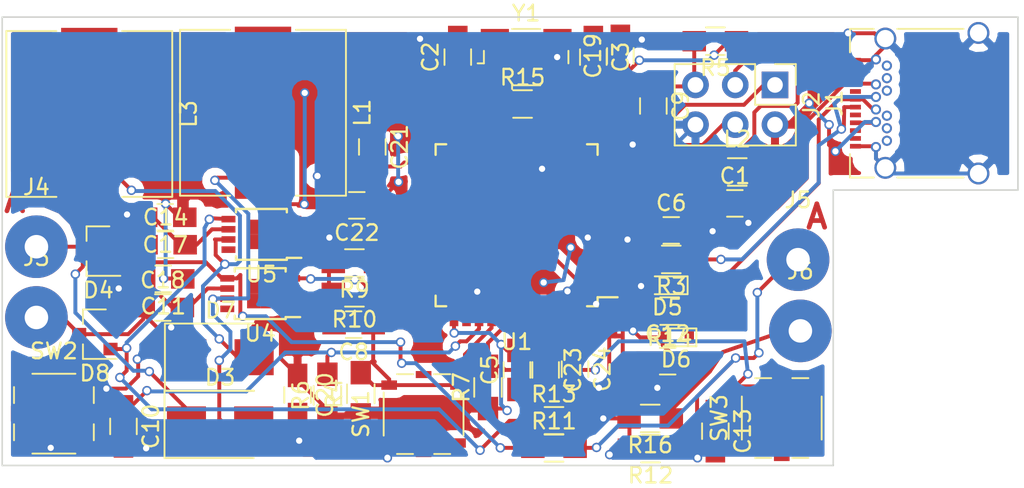
<source format=kicad_pcb>
(kicad_pcb (version 4) (host pcbnew 4.0.7)
  (layers (0 F.Cu signal) (31 B.Cu signal hide) (34 B.Paste user) (35 F.Paste user) (36 B.SilkS user) (37 F.SilkS user) (38 B.Mask user) (39 F.Mask user) (44 Edge.Cuts user))
  (net 0 "")
  (net 1 "Net-(C1-Pad1)")
  (net 2 GNDD)
  (net 3 "Net-(C2-Pad1)")
  (net 4 "Net-(C3-Pad1)")
  (net 5 Vcc)
  (net 6 "Net-(C6-Pad1)")
  (net 7 menu)
  (net 8 Rst_)
  (net 9 up)
  (net 10 "Net-(C12-Pad1)")
  (net 11 down)
  (net 12 "Net-(C14-Pad1)")
  (net 13 "Net-(C18-Pad1)")
  (net 14 "Net-(C24-Pad1)")
  (net 15 "Net-(D3-Pad2)")
  (net 16 "Net-(D4-Pad2)")
  (net 17 C_USB_P)
  (net 18 C_USB_N)
  (net 19 "Net-(D7-Pad2)")
  (net 20 "Net-(D8-Pad2)")
  (net 21 "Net-(J1-PadA2)")
  (net 22 "Net-(J1-PadA3)")
  (net 23 "Net-(J1-PadA5)")
  (net 24 "Net-(J1-PadA10)")
  (net 25 "Net-(J1-PadA8)")
  (net 26 "Net-(J1-PadA11)")
  (net 27 "Net-(J1-PadB2)")
  (net 28 "Net-(J1-PadB3)")
  (net 29 "Net-(J1-PadB5)")
  (net 30 "Net-(J1-PadB8)")
  (net 31 "Net-(J1-PadB10)")
  (net 32 "Net-(J1-PadB11)")
  (net 33 MISO)
  (net 34 SCK)
  (net 35 MOSI)
  (net 36 "Net-(J5-Pad1)")
  (net 37 "Net-(J6-Pad1)")
  (net 38 "Net-(R3-Pad2)")
  (net 39 PWM_A)
  (net 40 PWM_B)
  (net 41 "Net-(R14-Pad2)")
  (net 42 "Net-(U1-Pad1)")
  (net 43 "Net-(U1-Pad8)")
  (net 44 "Net-(U1-Pad12)")
  (net 45 "Net-(U1-Pad18)")
  (net 46 "Net-(U1-Pad19)")
  (net 47 "Net-(U1-Pad20)")
  (net 48 "Net-(U1-Pad21)")
  (net 49 "Net-(U1-Pad22)")
  (net 50 "Net-(U1-Pad25)")
  (net 51 "Net-(U1-Pad26)")
  (net 52 "Net-(U1-Pad27)")
  (net 53 "Net-(U1-Pad28)")
  (net 54 "Net-(U1-Pad31)")
  (net 55 "Net-(U1-Pad32)")
  (net 56 "Net-(U1-Pad33)")
  (net 57 "Net-(U1-Pad39)")
  (net 58 "Net-(U1-Pad40)")
  (net 59 "Net-(U1-Pad41)")
  (module Capacitors_SMD:C_0805_HandSoldering (layer F.Cu) (at 126.1618 43.053)
    (fp_text reference C1 (at 0 -1.75) (layer F.SilkS))
    (fp_text value 100n)
    (pad 1 smd rect (at -1.25 0) (size 1.5 1.25) (layers F.Cu F.Paste F.Mask) (net 1 "Net-(C1-Pad1)"))
    (pad 2 smd rect (at 1.25 0) (size 1.5 1.25) (layers F.Cu F.Paste F.Mask) (net 2 GNDD))
  )
  (module Capacitors_SMD:C_0805_HandSoldering (layer F.Cu) (at 108.458 33.7058 90)
    (fp_text reference C2 (at 0 -1.75 90) (layer F.SilkS))
    (fp_text value 18p)
    (pad 1 smd rect (at -1.25 0 90) (size 1.5 1.25) (layers F.Cu F.Paste F.Mask) (net 3 "Net-(C2-Pad1)"))
    (pad 2 smd rect (at 1.25 0 90) (size 1.5 1.25) (layers F.Cu F.Paste F.Mask) (net 2 GNDD))
  )
  (module Capacitors_SMD:C_0805_HandSoldering (layer F.Cu) (at 117.1194 33.7058 270)
    (fp_text reference C3 (at 0 -1.75 270) (layer F.SilkS))
    (fp_text value 18p)
    (pad 1 smd rect (at -1.25 0 270) (size 1.5 1.25) (layers F.Cu F.Paste F.Mask) (net 4 "Net-(C3-Pad1)"))
    (pad 2 smd rect (at 1.25 0 270) (size 1.5 1.25) (layers F.Cu F.Paste F.Mask) (net 2 GNDD))
  )
  (module Capacitors_SMD:C_0805_HandSoldering (layer F.Cu) (at 112.2426 53.6956 90)
    (fp_text reference C5 (at 0 -1.75 90) (layer F.SilkS))
    (fp_text value 100nF)
    (pad 1 smd rect (at -1.25 0 90) (size 1.5 1.25) (layers F.Cu F.Paste F.Mask) (net 2 GNDD))
    (pad 2 smd rect (at 1.25 0 90) (size 1.5 1.25) (layers F.Cu F.Paste F.Mask) (net 5 Vcc))
  )
  (module Capacitors_SMD:C_0805_HandSoldering (layer F.Cu) (at 122.0978 44.7802)
    (fp_text reference C6 (at 0 -1.75) (layer F.SilkS))
    (fp_text value 1uF/10V)
    (pad 1 smd rect (at -1.25 0) (size 1.5 1.25) (layers F.Cu F.Paste F.Mask) (net 6 "Net-(C6-Pad1)"))
    (pad 2 smd rect (at 1.25 0) (size 1.5 1.25) (layers F.Cu F.Paste F.Mask) (net 2 GNDD))
  )
  (module Capacitors_SMD:C_0805_HandSoldering (layer F.Cu) (at 101.8032 50.8 180)
    (fp_text reference C8 (at 0 -1.75 180) (layer F.SilkS))
    (fp_text value 100n)
    (pad 1 smd rect (at -1.25 0 180) (size 1.5 1.25) (layers F.Cu F.Paste F.Mask) (net 7 menu))
    (pad 2 smd rect (at 1.25 0 180) (size 1.5 1.25) (layers F.Cu F.Paste F.Mask) (net 2 GNDD))
  )
  (module Capacitors_SMD:C_0805_HandSoldering (layer F.Cu) (at 120.9548 36.83 270)
    (fp_text reference C9 (at 0 -1.75 270) (layer F.SilkS))
    (fp_text value 100n)
    (pad 1 smd rect (at -1.25 0 270) (size 1.5 1.25) (layers F.Cu F.Paste F.Mask) (net 8 Rst_))
    (pad 2 smd rect (at 1.25 0 270) (size 1.5 1.25) (layers F.Cu F.Paste F.Mask) (net 2 GNDD))
  )
  (module Capacitors_SMD:C_0805_HandSoldering (layer F.Cu) (at 87.0966 57.3024 270)
    (fp_text reference C10 (at 0 -1.75 270) (layer F.SilkS))
    (fp_text value 100n)
    (pad 1 smd rect (at -1.25 0 270) (size 1.5 1.25) (layers F.Cu F.Paste F.Mask) (net 9 up))
    (pad 2 smd rect (at 1.25 0 270) (size 1.5 1.25) (layers F.Cu F.Paste F.Mask) (net 2 GNDD))
  )
  (module Capacitors_SMD:C_0805_HandSoldering (layer F.Cu) (at 89.6366 47.879 180)
    (fp_text reference C11 (at 0 -1.75 180) (layer F.SilkS))
    (fp_text value 22uF)
    (pad 1 smd rect (at -1.25 0 180) (size 1.5 1.25) (layers F.Cu F.Paste F.Mask) (net 5 Vcc))
    (pad 2 smd rect (at 1.25 0 180) (size 1.5 1.25) (layers F.Cu F.Paste F.Mask) (net 2 GNDD))
  )
  (module Capacitors_SMD:C_0805_HandSoldering (layer F.Cu) (at 121.8692 53.1368)
    (fp_text reference C12 (at 0 -1.75) (layer F.SilkS))
    (fp_text value "1uF / 10V")
    (pad 1 smd rect (at -1.25 0) (size 1.5 1.25) (layers F.Cu F.Paste F.Mask) (net 10 "Net-(C12-Pad1)"))
    (pad 2 smd rect (at 1.25 0) (size 1.5 1.25) (layers F.Cu F.Paste F.Mask) (net 2 GNDD))
  )
  (module Capacitors_SMD:C_0805_HandSoldering (layer F.Cu) (at 124.9172 57.6072 270)
    (fp_text reference C13 (at 0 -1.75 270) (layer F.SilkS))
    (fp_text value 100n hide)
    (pad 1 smd rect (at -1.25 0 270) (size 1.5 1.25) (layers F.Cu F.Paste F.Mask) (net 11 down))
    (pad 2 smd rect (at 1.25 0 270) (size 1.5 1.25) (layers F.Cu F.Paste F.Mask) (net 2 GNDD))
  )
  (module Capacitors_SMD:C_0805_HandSoldering (layer F.Cu) (at 89.789 45.6946)
    (fp_text reference C14 (at 0 -1.75) (layer F.SilkS))
    (fp_text value 17uF)
    (pad 1 smd rect (at -1.25 0) (size 1.5 1.25) (layers F.Cu F.Paste F.Mask) (net 12 "Net-(C14-Pad1)"))
    (pad 2 smd rect (at 1.25 0) (size 1.5 1.25) (layers F.Cu F.Paste F.Mask) (net 2 GNDD))
  )
  (module Capacitors_SMD:C_0805_HandSoldering (layer F.Cu) (at 89.7636 43.942 180)
    (fp_text reference C17 (at 0 -1.75 180) (layer F.SilkS))
    (fp_text value 22uF)
    (pad 1 smd rect (at -1.25 0 180) (size 1.5 1.25) (layers F.Cu F.Paste F.Mask) (net 5 Vcc))
    (pad 2 smd rect (at 1.25 0 180) (size 1.5 1.25) (layers F.Cu F.Paste F.Mask) (net 2 GNDD))
  )
  (module Capacitors_SMD:C_0805_HandSoldering (layer F.Cu) (at 89.6112 49.7078)
    (fp_text reference C18 (at 0 -1.75) (layer F.SilkS))
    (fp_text value 17uF)
    (pad 1 smd rect (at -1.25 0) (size 1.5 1.25) (layers F.Cu F.Paste F.Mask) (net 13 "Net-(C18-Pad1)"))
    (pad 2 smd rect (at 1.25 0) (size 1.5 1.25) (layers F.Cu F.Paste F.Mask) (net 2 GNDD))
  )
  (module Capacitors_SMD:C_0805_HandSoldering (layer F.Cu) (at 118.8466 33.6296 90)
    (fp_text reference C19 (at 0 -1.75 90) (layer F.SilkS))
    (fp_text value 100n)
    (pad 1 smd rect (at -1.25 0 90) (size 1.5 1.25) (layers F.Cu F.Paste F.Mask) (net 5 Vcc))
    (pad 2 smd rect (at 1.25 0 90) (size 1.5 1.25) (layers F.Cu F.Paste F.Mask) (net 2 GNDD))
  )
  (module Capacitors_SMD:C_0805_HandSoldering (layer F.Cu) (at 98.2218 55.2958 270)
    (fp_text reference C20 (at 0 -1.75 270) (layer F.SilkS))
    (fp_text value 100n)
    (pad 1 smd rect (at -1.25 0 270) (size 1.5 1.25) (layers F.Cu F.Paste F.Mask) (net 5 Vcc))
    (pad 2 smd rect (at 1.25 0 270) (size 1.5 1.25) (layers F.Cu F.Paste F.Mask) (net 2 GNDD))
  )
  (module Capacitors_SMD:C_0805_HandSoldering (layer F.Cu) (at 102.997 39.4462 270)
    (fp_text reference C21 (at 0 -1.75 270) (layer F.SilkS))
    (fp_text value "1uF / 10V")
    (pad 1 smd rect (at -1.25 0 270) (size 1.5 1.25) (layers F.Cu F.Paste F.Mask) (net 5 Vcc))
    (pad 2 smd rect (at 1.25 0 270) (size 1.5 1.25) (layers F.Cu F.Paste F.Mask) (net 2 GNDD))
  )
  (module Capacitors_SMD:C_0805_HandSoldering (layer F.Cu) (at 102.0064 43.18 180)
    (fp_text reference C22 (at 0 -1.75 180) (layer F.SilkS))
    (fp_text value 100n)
    (pad 1 smd rect (at -1.25 0 180) (size 1.5 1.25) (layers F.Cu F.Paste F.Mask) (net 5 Vcc))
    (pad 2 smd rect (at 1.25 0 180) (size 1.5 1.25) (layers F.Cu F.Paste F.Mask) (net 2 GNDD))
  )
  (module Capacitors_SMD:C_0805_HandSoldering (layer F.Cu) (at 114.0714 53.6956 270)
    (fp_text reference C23 (at 0 -1.75 270) (layer F.SilkS))
    (fp_text value 100n)
    (pad 1 smd rect (at -1.25 0 270) (size 1.5 1.25) (layers F.Cu F.Paste F.Mask) (net 5 Vcc))
    (pad 2 smd rect (at 1.25 0 270) (size 1.5 1.25) (layers F.Cu F.Paste F.Mask) (net 2 GNDD))
  )
  (module Capacitors_SMD:C_0805_HandSoldering (layer F.Cu) (at 115.951 53.6448 270)
    (fp_text reference C24 (at 0 -1.75 270) (layer F.SilkS))
    (fp_text value 100n)
    (pad 1 smd rect (at -1.25 0 270) (size 1.5 1.25) (layers F.Cu F.Paste F.Mask) (net 14 "Net-(C24-Pad1)"))
    (pad 2 smd rect (at 1.25 0 270) (size 1.5 1.25) (layers F.Cu F.Paste F.Mask) (net 2 GNDD))
  )
  (module Diodes_SMD:D_SMB (layer F.Cu) (at 93.2688 57.1754)
    (fp_text reference D3 (at 0 -3) (layer F.SilkS))
    (fp_text value MBR260T3 hide)
    (pad 1 smd rect (at -2.15 0) (size 2.5 2.3) (layers F.Cu F.Paste F.Mask) (net 12 "Net-(C14-Pad1)"))
    (pad 2 smd rect (at 2.15 0) (size 2.5 2.3) (layers F.Cu F.Paste F.Mask) (net 15 "Net-(D3-Pad2)"))
  )
  (module Diodes_SMD:D_SOT-23_ANK (layer F.Cu) (at 85.4964 46.101 180)
    (fp_text reference D4 (at 0 -2.5 180) (layer F.SilkS))
    (fp_text value nC)
    (pad 2 smd rect (at -1 -0.95 180) (size 0.9 0.8) (layers F.Cu F.Paste F.Mask) (net 16 "Net-(D4-Pad2)"))
    (pad "" smd rect (at -1 0.95 180) (size 0.9 0.8) (layers F.Cu F.Paste F.Mask))
    (pad 1 smd rect (at 1 0 180) (size 0.9 0.8) (layers F.Cu F.Paste F.Mask) (net 12 "Net-(C14-Pad1)"))
  )
  (module Diodes_SMD:D_0603 (layer F.Cu) (at 121.8438 48.2854 180)
    (fp_text reference D5 (at 0 -1.4 180) (layer F.SilkS))
    (fp_text value CG0603MLC-05E)
    (pad 1 smd rect (at -0.85 0 180) (size 0.6 0.8) (layers F.Cu F.Paste F.Mask) (net 17 C_USB_P))
    (pad 2 smd rect (at 0.85 0 180) (size 0.6 0.8) (layers F.Cu F.Paste F.Mask) (net 2 GNDD))
  )
  (module Diodes_SMD:D_0603 (layer F.Cu) (at 122.4026 51.6128 180)
    (fp_text reference D6 (at 0 -1.4 180) (layer F.SilkS))
    (fp_text value CG0603MLC-05E)
    (pad 1 smd rect (at -0.85 0 180) (size 0.6 0.8) (layers F.Cu F.Paste F.Mask) (net 18 C_USB_N))
    (pad 2 smd rect (at 0.85 0 180) (size 0.6 0.8) (layers F.Cu F.Paste F.Mask) (net 2 GNDD))
  )
  (module Diodes_SMD:D_SMB (layer F.Cu) (at 93.2942 52.8828)
    (fp_text reference D7 (at 0 -3) (layer F.SilkS))
    (fp_text value MBR260T3 hide)
    (pad 1 smd rect (at -2.15 0) (size 2.5 2.3) (layers F.Cu F.Paste F.Mask) (net 13 "Net-(C18-Pad1)"))
    (pad 2 smd rect (at 2.15 0) (size 2.5 2.3) (layers F.Cu F.Paste F.Mask) (net 19 "Net-(D7-Pad2)"))
  )
  (module Diodes_SMD:D_SOT-23_ANK (layer F.Cu) (at 85.2678 51.4096 180)
    (fp_text reference D8 (at 0 -2.5 180) (layer F.SilkS))
    (fp_text value nC)
    (pad 2 smd rect (at -1 -0.95 180) (size 0.9 0.8) (layers F.Cu F.Paste F.Mask) (net 20 "Net-(D8-Pad2)"))
    (pad "" smd rect (at -1 0.95 180) (size 0.9 0.8) (layers F.Cu F.Paste F.Mask))
    (pad 1 smd rect (at 1 0 180) (size 0.9 0.8) (layers F.Cu F.Paste F.Mask) (net 13 "Net-(C18-Pad1)"))
  )
  (module Connectors_USB:USB_C_Receptacle_Amphenol_12401548E4-2A_CircularHoles (layer F.Cu) (at 138.8872 36.6522 90)
    (fp_text reference J1 (at 0 -6.36 90) (layer F.SilkS))
    (fp_text value USB_C_Receptacle)
    (pad S1 thru_hole circle (at -4.13 -3.11 90) (size 1.4 1.4) (drill 1.1) (layers *.Cu *.Mask) (net 2 GNDD))
    (pad A1 smd rect (at -2.75 -5.02 90) (size 0.3 0.7) (layers F.Cu F.Paste F.Mask) (net 2 GNDD))
    (pad A2 smd rect (at -2.25 -5.02 90) (size 0.3 0.7) (layers F.Cu F.Paste F.Mask) (net 21 "Net-(J1-PadA2)"))
    (pad A3 smd rect (at -1.75 -5.02 90) (size 0.3 0.7) (layers F.Cu F.Paste F.Mask) (net 22 "Net-(J1-PadA3)"))
    (pad A4 smd rect (at -1.25 -5.02 90) (size 0.3 0.7) (layers F.Cu F.Paste F.Mask) (net 5 Vcc))
    (pad A5 smd rect (at -0.75 -5.02 90) (size 0.3 0.7) (layers F.Cu F.Paste F.Mask) (net 23 "Net-(J1-PadA5)"))
    (pad A6 smd rect (at -0.25 -5.02 90) (size 0.3 0.7) (layers F.Cu F.Paste F.Mask) (net 17 C_USB_P))
    (pad A7 smd rect (at 0.25 -5.02 90) (size 0.3 0.7) (layers F.Cu F.Paste F.Mask) (net 18 C_USB_N))
    (pad A12 smd rect (at 2.75 -5.02 90) (size 0.3 0.7) (layers F.Cu F.Paste F.Mask) (net 2 GNDD))
    (pad A10 smd rect (at 1.75 -5.02 90) (size 0.3 0.7) (layers F.Cu F.Paste F.Mask) (net 24 "Net-(J1-PadA10)"))
    (pad A9 smd rect (at 1.25 -5.02 90) (size 0.3 0.7) (layers F.Cu F.Paste F.Mask) (net 5 Vcc))
    (pad A8 smd rect (at 0.75 -5.02 90) (size 0.3 0.7) (layers F.Cu F.Paste F.Mask) (net 25 "Net-(J1-PadA8)"))
    (pad A11 smd rect (at 2.25 -5.02 90) (size 0.3 0.7) (layers F.Cu F.Paste F.Mask) (net 26 "Net-(J1-PadA11)"))
    (pad S1 thru_hole circle (at 4.13 -3.11 90) (size 1.4 1.4) (drill 1.1) (layers *.Cu *.Mask) (net 2 GNDD))
    (pad S1 thru_hole circle (at 4.49 2.84 90) (size 1.4 1.4) (drill 1.1) (layers *.Cu *.Mask) (net 2 GNDD))
    (pad S1 thru_hole circle (at -4.49 2.84 90) (size 1.4 1.4) (drill 1.1) (layers *.Cu *.Mask) (net 2 GNDD))
    (pad "" np_thru_hole circle (at 3.6 -4.36 90) (size 0.95 0.95) (drill 0.95) (layers *.Cu *.Mask))
    (pad "" np_thru_hole circle (at -3.6 -4.36 90) (size 0.65 0.65) (drill 0.65) (layers *.Cu *.Mask))
    (pad B1 thru_hole circle (at 2.8 -3.71 90) (size 0.65 0.65) (drill 0.4) (layers *.Cu *.Mask) (net 2 GNDD))
    (pad B4 thru_hole circle (at 1.2 -3.71 90) (size 0.65 0.65) (drill 0.4) (layers *.Cu *.Mask) (net 5 Vcc))
    (pad B6 thru_hole circle (at 0.4 -3.71 90) (size 0.65 0.65) (drill 0.4) (layers *.Cu *.Mask) (net 17 C_USB_P))
    (pad B7 thru_hole circle (at -0.4 -3.71 90) (size 0.65 0.65) (drill 0.4) (layers *.Cu *.Mask) (net 18 C_USB_N))
    (pad B9 thru_hole circle (at -1.2 -3.71 90) (size 0.65 0.65) (drill 0.4) (layers *.Cu *.Mask) (net 5 Vcc))
    (pad B12 thru_hole circle (at -2.8 -3.71 90) (size 0.65 0.65) (drill 0.4) (layers *.Cu *.Mask) (net 2 GNDD))
    (pad B2 thru_hole circle (at 2.4 -3.01 90) (size 0.65 0.65) (drill 0.4) (layers *.Cu *.Mask) (net 27 "Net-(J1-PadB2)"))
    (pad B3 thru_hole circle (at 1.6 -3.01 90) (size 0.65 0.65) (drill 0.4) (layers *.Cu *.Mask) (net 28 "Net-(J1-PadB3)"))
    (pad B5 thru_hole circle (at 0.8 -3.01 90) (size 0.65 0.65) (drill 0.4) (layers *.Cu *.Mask) (net 29 "Net-(J1-PadB5)"))
    (pad B8 thru_hole circle (at -0.8 -3.01 90) (size 0.65 0.65) (drill 0.4) (layers *.Cu *.Mask) (net 30 "Net-(J1-PadB8)"))
    (pad B10 thru_hole circle (at -1.6 -3.01 90) (size 0.65 0.65) (drill 0.4) (layers *.Cu *.Mask) (net 31 "Net-(J1-PadB10)"))
    (pad B11 thru_hole circle (at -2.4 -3.01 90) (size 0.65 0.65) (drill 0.4) (layers *.Cu *.Mask) (net 32 "Net-(J1-PadB11)"))
  )
  (module Pin_Headers:Pin_Header_Straight_2x03_Pitch2.54mm (layer F.Cu) (at 128.7272 35.4838 270)
    (fp_text reference J2 (at 1.27 -2.33 270) (layer F.SilkS))
    (fp_text value Conn_02x03_Odd_Even)
    (pad 1 thru_hole rect (at 0 0 270) (size 1.7 1.7) (drill 1) (layers *.Cu *.Mask) (net 33 MISO))
    (pad 2 thru_hole oval (at 2.54 0 270) (size 1.7 1.7) (drill 1) (layers *.Cu *.Mask) (net 5 Vcc))
    (pad 3 thru_hole oval (at 0 2.54 270) (size 1.7 1.7) (drill 1) (layers *.Cu *.Mask) (net 34 SCK))
    (pad 4 thru_hole oval (at 2.54 2.54 270) (size 1.7 1.7) (drill 1) (layers *.Cu *.Mask) (net 35 MOSI))
    (pad 5 thru_hole oval (at 0 5.08 270) (size 1.7 1.7) (drill 1) (layers *.Cu *.Mask) (net 8 Rst_))
    (pad 6 thru_hole oval (at 2.54 5.08 270) (size 1.7 1.7) (drill 1) (layers *.Cu *.Mask) (net 2 GNDD))
  )
  (module Wire_Pads:SolderWirePad_single_1-5mmDrill (layer F.Cu) (at 81.534 50.3428)
    (fp_text reference J3 (at 0 -3.81) (layer F.SilkS))
    (fp_text value A+)
    (pad 1 thru_hole circle (at 0 0) (size 4.0005 4.0005) (drill 1.50114) (layers *.Cu *.Mask) (net 13 "Net-(C18-Pad1)"))
  )
  (module Wire_Pads:SolderWirePad_single_1-5mmDrill (layer F.Cu) (at 81.534 45.8216)
    (fp_text reference J4 (at 0 -3.81) (layer F.SilkS))
    (fp_text value B+)
    (pad 1 thru_hole circle (at 0 0) (size 4.0005 4.0005) (drill 1.50114) (layers *.Cu *.Mask) (net 12 "Net-(C14-Pad1)"))
  )
  (module Wire_Pads:SolderWirePad_single_1-5mmDrill (layer F.Cu) (at 130.2 46.65)
    (fp_text reference J5 (at 0 -3.81) (layer F.SilkS))
    (fp_text value B_Gnd)
    (pad 1 thru_hole circle (at 0 0) (size 4.0005 4.0005) (drill 1.50114) (layers *.Cu *.Mask) (net 36 "Net-(J5-Pad1)"))
  )
  (module Wire_Pads:SolderWirePad_single_1-5mmDrill (layer F.Cu) (at 130.35 51.2)
    (fp_text reference J6 (at 0 -3.81) (layer F.SilkS))
    (fp_text value A_Gnd)
    (pad 1 thru_hole circle (at 0 0) (size 4.0005 4.0005) (drill 1.50114) (layers *.Cu *.Mask) (net 37 "Net-(J6-Pad1)"))
  )
  (module Inductors_SMD:L_10.4x10.4_H4.8 (layer F.Cu) (at 96.012 37.2618 270)
    (fp_text reference L1 (at 0 -6.35 270) (layer F.SilkS))
    (fp_text value 6,3uH)
    (pad 1 smd rect (at -4.15 0 270) (size 2.7 3.6) (layers F.Cu F.Paste F.Mask) (net 5 Vcc))
    (pad 2 smd rect (at 4.15 0 270) (size 2.7 3.6) (layers F.Cu F.Paste F.Mask) (net 15 "Net-(D3-Pad2)"))
  )
  (module Inductors_SMD:L_0805_HandSoldering (layer F.Cu) (at 126.3142 41.0464)
    (fp_text reference L2 (at 0 -2.1) (layer F.SilkS))
    (fp_text value 742792040)
    (pad 1 smd rect (at -1.35 0) (size 1.5 1.3) (layers F.Cu F.Paste F.Mask) (net 1 "Net-(C1-Pad1)"))
    (pad 2 smd rect (at 1.35 0) (size 1.5 1.3) (layers F.Cu F.Paste F.Mask) (net 5 Vcc))
  )
  (module Inductors_SMD:L_10.4x10.4_H4.8 (layer F.Cu) (at 84.9122 37.338 270)
    (fp_text reference L3 (at 0 -6.35 270) (layer F.SilkS))
    (fp_text value 6,3uH)
    (pad 1 smd rect (at -4.15 0 270) (size 2.7 3.6) (layers F.Cu F.Paste F.Mask) (net 5 Vcc))
    (pad 2 smd rect (at 4.15 0 270) (size 2.7 3.6) (layers F.Cu F.Paste F.Mask) (net 19 "Net-(D7-Pad2)"))
  )
  (module Resistors_SMD:R_0805_HandSoldering (layer F.Cu) (at 122.0978 46.6344 180)
    (fp_text reference R3 (at 0 -1.7 180) (layer F.SilkS))
    (fp_text value 22R)
    (pad 1 smd rect (at -1.35 0 180) (size 1.5 1.3) (layers F.Cu F.Paste F.Mask) (net 17 C_USB_P))
    (pad 2 smd rect (at 1.35 0 180) (size 1.5 1.3) (layers F.Cu F.Paste F.Mask) (net 38 "Net-(R3-Pad2)"))
  )
  (module Resistors_SMD:R_0805_HandSoldering (layer F.Cu) (at 102.2604 55.2196 90)
    (fp_text reference R4 (at 0 -1.7 90) (layer F.SilkS))
    (fp_text value 10k)
    (pad 1 smd rect (at -1.35 0 90) (size 1.5 1.3) (layers F.Cu F.Paste F.Mask) (net 5 Vcc))
    (pad 2 smd rect (at 1.35 0 90) (size 1.5 1.3) (layers F.Cu F.Paste F.Mask) (net 7 menu))
  )
  (module Resistors_SMD:R_0805_HandSoldering (layer F.Cu) (at 124.9172 32.6898 180)
    (fp_text reference R5 (at 0 -1.7 180) (layer F.SilkS))
    (fp_text value 10k)
    (pad 1 smd rect (at -1.35 0 180) (size 1.5 1.3) (layers F.Cu F.Paste F.Mask) (net 5 Vcc))
    (pad 2 smd rect (at 1.35 0 180) (size 1.5 1.3) (layers F.Cu F.Paste F.Mask) (net 8 Rst_))
  )
  (module Resistors_SMD:R_0805_HandSoldering (layer F.Cu) (at 100.1268 55.3212 90)
    (fp_text reference R6 (at 0 -1.7 90) (layer F.SilkS))
    (fp_text value 10k)
    (pad 1 smd rect (at -1.35 0 90) (size 1.5 1.3) (layers F.Cu F.Paste F.Mask) (net 5 Vcc))
    (pad 2 smd rect (at 1.35 0 90) (size 1.5 1.3) (layers F.Cu F.Paste F.Mask) (net 9 up))
  )
  (module Resistors_SMD:R_0805_HandSoldering (layer F.Cu) (at 110.3884 54.8132 90)
    (fp_text reference R7 (at 0 -1.7 90) (layer F.SilkS))
    (fp_text value 10k)
    (pad 1 smd rect (at -1.35 0 90) (size 1.5 1.3) (layers F.Cu F.Paste F.Mask) (net 5 Vcc))
    (pad 2 smd rect (at 1.35 0 90) (size 1.5 1.3) (layers F.Cu F.Paste F.Mask) (net 11 down))
  )
  (module Resistors_SMD:R_0805_HandSoldering (layer F.Cu) (at 101.854 46.863 180)
    (fp_text reference R9 (at 0 -1.7 180) (layer F.SilkS))
    (fp_text value 10k)
    (pad 1 smd rect (at -1.35 0 180) (size 1.5 1.3) (layers F.Cu F.Paste F.Mask) (net 39 PWM_A))
    (pad 2 smd rect (at 1.35 0 180) (size 1.5 1.3) (layers F.Cu F.Paste F.Mask) (net 2 GNDD))
  )
  (module Resistors_SMD:R_0805_HandSoldering (layer F.Cu) (at 101.854 48.768 180)
    (fp_text reference R10 (at 0 -1.7 180) (layer F.SilkS))
    (fp_text value 10k)
    (pad 1 smd rect (at -1.35 0 180) (size 1.5 1.3) (layers F.Cu F.Paste F.Mask) (net 40 PWM_B))
    (pad 2 smd rect (at 1.35 0 180) (size 1.5 1.3) (layers F.Cu F.Paste F.Mask) (net 2 GNDD))
  )
  (module Resistors_SMD:R_0805_HandSoldering (layer F.Cu) (at 114.6048 58.674)
    (fp_text reference R11 (at 0 -1.7) (layer F.SilkS))
    (fp_text value 0R)
    (pad 1 smd rect (at -1.35 0) (size 1.5 1.3) (layers F.Cu F.Paste F.Mask) (net 16 "Net-(D4-Pad2)"))
    (pad 2 smd rect (at 1.35 0) (size 1.5 1.3) (layers F.Cu F.Paste F.Mask) (net 36 "Net-(J5-Pad1)"))
  )
  (module Resistors_SMD:R_0805_HandSoldering (layer F.Cu) (at 120.777 58.7248 180)
    (fp_text reference R12 (at 0 -1.7 180) (layer F.SilkS))
    (fp_text value 190mR hide)
    (pad 1 smd rect (at -1.35 0 180) (size 1.5 1.3) (layers F.Cu F.Paste F.Mask) (net 36 "Net-(J5-Pad1)"))
    (pad 2 smd rect (at 1.35 0 180) (size 1.5 1.3) (layers F.Cu F.Paste F.Mask) (net 2 GNDD))
  )
  (module Resistors_SMD:R_0805_HandSoldering (layer F.Cu) (at 114.6048 56.9468)
    (fp_text reference R13 (at 0 -1.7) (layer F.SilkS))
    (fp_text value 0R)
    (pad 1 smd rect (at -1.35 0) (size 1.5 1.3) (layers F.Cu F.Paste F.Mask) (net 20 "Net-(D8-Pad2)"))
    (pad 2 smd rect (at 1.35 0) (size 1.5 1.3) (layers F.Cu F.Paste F.Mask) (net 37 "Net-(J6-Pad1)"))
  )
  (module Resistors_SMD:R_0805_HandSoldering (layer F.Cu) (at 121.9962 49.9364 180)
    (fp_text reference R14 (at 0 -1.7 180) (layer F.SilkS))
    (fp_text value 22R)
    (pad 1 smd rect (at -1.35 0 180) (size 1.5 1.3) (layers F.Cu F.Paste F.Mask) (net 18 C_USB_N))
    (pad 2 smd rect (at 1.35 0 180) (size 1.5 1.3) (layers F.Cu F.Paste F.Mask) (net 41 "Net-(R14-Pad2)"))
  )
  (module Resistors_SMD:R_0805_HandSoldering (layer F.Cu) (at 112.5982 36.703)
    (fp_text reference R15 (at 0 -1.7) (layer F.SilkS))
    (fp_text value 1M)
    (pad 1 smd rect (at -1.35 0) (size 1.5 1.3) (layers F.Cu F.Paste F.Mask) (net 3 "Net-(C2-Pad1)"))
    (pad 2 smd rect (at 1.35 0) (size 1.5 1.3) (layers F.Cu F.Paste F.Mask) (net 4 "Net-(C3-Pad1)"))
  )
  (module Resistors_SMD:R_0805_HandSoldering (layer F.Cu) (at 120.7516 56.7944 180)
    (fp_text reference R16 (at 0 -1.7 180) (layer F.SilkS))
    (fp_text value 190mR)
    (pad 1 smd rect (at -1.35 0 180) (size 1.5 1.3) (layers F.Cu F.Paste F.Mask) (net 37 "Net-(J6-Pad1)"))
    (pad 2 smd rect (at 1.35 0 180) (size 1.5 1.3) (layers F.Cu F.Paste F.Mask) (net 2 GNDD))
  )
  (module Buttons_Switches_SMD:SW_SPST_Panasonic_EVQPL_3PL_5PL_PT_A08 (layer F.Cu) (at 106.2736 56.515 90)
    (fp_text reference SW1 (at 0 -4 90) (layer F.SilkS))
    (fp_text value SW_Push hide)
    (pad 1 smd rect (at -1.85 2.2 90) (size 0.6 1) (layers F.Cu F.Paste F.Mask) (net 2 GNDD))
    (pad 1 smd rect (at -1.85 -2.2 90) (size 0.6 1) (layers F.Cu F.Paste F.Mask) (net 2 GNDD))
    (pad 2 smd rect (at 1.85 -2.2 90) (size 0.6 1) (layers F.Cu F.Paste F.Mask) (net 7 menu))
    (pad 2 smd rect (at 1.85 2.2 90) (size 0.6 1) (layers F.Cu F.Paste F.Mask) (net 7 menu))
    (pad 0 smd rect (at -2.525 0 90) (size 0.45 1) (layers F.Cu F.Paste F.Mask))
    (pad 0 smd rect (at 2.525 0 90) (size 0.45 1) (layers F.Cu F.Paste F.Mask))
  )
  (module Buttons_Switches_SMD:SW_SPST_Panasonic_EVQPL_3PL_5PL_PT_A08 (layer F.Cu) (at 82.6516 56.4896)
    (fp_text reference SW2 (at 0 -4) (layer F.SilkS))
    (fp_text value SW_Push hide)
    (pad 1 smd rect (at -1.85 2.2) (size 0.6 1) (layers F.Cu F.Paste F.Mask) (net 2 GNDD))
    (pad 1 smd rect (at -1.85 -2.2) (size 0.6 1) (layers F.Cu F.Paste F.Mask) (net 2 GNDD))
    (pad 2 smd rect (at 1.85 -2.2) (size 0.6 1) (layers F.Cu F.Paste F.Mask) (net 9 up))
    (pad 2 smd rect (at 1.85 2.2) (size 0.6 1) (layers F.Cu F.Paste F.Mask) (net 9 up))
    (pad 0 smd rect (at -2.525 0) (size 0.45 1) (layers F.Cu F.Paste F.Mask))
    (pad 0 smd rect (at 2.525 0) (size 0.45 1) (layers F.Cu F.Paste F.Mask))
  )
  (module Buttons_Switches_SMD:SW_SPST_Panasonic_EVQPL_3PL_5PL_PT_A08 (layer F.Cu) (at 129.159 56.769 90)
    (fp_text reference SW3 (at 0 -4 90) (layer F.SilkS))
    (fp_text value SW_Push hide)
    (pad 1 smd rect (at -1.85 2.2 90) (size 0.6 1) (layers F.Cu F.Paste F.Mask) (net 2 GNDD))
    (pad 1 smd rect (at -1.85 -2.2 90) (size 0.6 1) (layers F.Cu F.Paste F.Mask) (net 2 GNDD))
    (pad 2 smd rect (at 1.85 -2.2 90) (size 0.6 1) (layers F.Cu F.Paste F.Mask) (net 11 down))
    (pad 2 smd rect (at 1.85 2.2 90) (size 0.6 1) (layers F.Cu F.Paste F.Mask) (net 11 down))
    (pad 0 smd rect (at -2.525 0 90) (size 0.45 1) (layers F.Cu F.Paste F.Mask))
    (pad 0 smd rect (at 2.525 0 90) (size 0.45 1) (layers F.Cu F.Paste F.Mask))
  )
  (module Housings_QFP:TQFP-44_10x10mm_Pitch0.8mm (layer F.Cu) (at 112.2172 44.45 180)
    (fp_text reference U1 (at 0 -7.45 180) (layer F.SilkS))
    (fp_text value ATMEGA32U4-AU)
    (pad 1 smd rect (at -5.7 -4 180) (size 1.5 0.55) (layers F.Cu F.Paste F.Mask) (net 42 "Net-(U1-Pad1)"))
    (pad 2 smd rect (at -5.7 -3.2 180) (size 1.5 0.55) (layers F.Cu F.Paste F.Mask) (net 10 "Net-(C12-Pad1)"))
    (pad 3 smd rect (at -5.7 -2.4 180) (size 1.5 0.55) (layers F.Cu F.Paste F.Mask) (net 41 "Net-(R14-Pad2)"))
    (pad 4 smd rect (at -5.7 -1.6 180) (size 1.5 0.55) (layers F.Cu F.Paste F.Mask) (net 38 "Net-(R3-Pad2)"))
    (pad 5 smd rect (at -5.7 -0.8 180) (size 1.5 0.55) (layers F.Cu F.Paste F.Mask) (net 2 GNDD))
    (pad 6 smd rect (at -5.7 0 180) (size 1.5 0.55) (layers F.Cu F.Paste F.Mask) (net 6 "Net-(C6-Pad1)"))
    (pad 7 smd rect (at -5.7 0.8 180) (size 1.5 0.55) (layers F.Cu F.Paste F.Mask) (net 1 "Net-(C1-Pad1)"))
    (pad 8 smd rect (at -5.7 1.6 180) (size 1.5 0.55) (layers F.Cu F.Paste F.Mask) (net 43 "Net-(U1-Pad8)"))
    (pad 9 smd rect (at -5.7 2.4 180) (size 1.5 0.55) (layers F.Cu F.Paste F.Mask) (net 34 SCK))
    (pad 10 smd rect (at -5.7 3.2 180) (size 1.5 0.55) (layers F.Cu F.Paste F.Mask) (net 35 MOSI))
    (pad 11 smd rect (at -5.7 4 180) (size 1.5 0.55) (layers F.Cu F.Paste F.Mask) (net 33 MISO))
    (pad 12 smd rect (at -4 5.7 270) (size 1.5 0.55) (layers F.Cu F.Paste F.Mask) (net 44 "Net-(U1-Pad12)"))
    (pad 13 smd rect (at -3.2 5.7 270) (size 1.5 0.55) (layers F.Cu F.Paste F.Mask) (net 8 Rst_))
    (pad 14 smd rect (at -2.4 5.7 270) (size 1.5 0.55) (layers F.Cu F.Paste F.Mask) (net 5 Vcc))
    (pad 15 smd rect (at -1.6 5.7 270) (size 1.5 0.55) (layers F.Cu F.Paste F.Mask) (net 2 GNDD))
    (pad 16 smd rect (at -0.8 5.7 270) (size 1.5 0.55) (layers F.Cu F.Paste F.Mask) (net 4 "Net-(C3-Pad1)"))
    (pad 17 smd rect (at 0 5.7 270) (size 1.5 0.55) (layers F.Cu F.Paste F.Mask) (net 3 "Net-(C2-Pad1)"))
    (pad 18 smd rect (at 0.8 5.7 270) (size 1.5 0.55) (layers F.Cu F.Paste F.Mask) (net 45 "Net-(U1-Pad18)"))
    (pad 19 smd rect (at 1.6 5.7 270) (size 1.5 0.55) (layers F.Cu F.Paste F.Mask) (net 46 "Net-(U1-Pad19)"))
    (pad 20 smd rect (at 2.4 5.7 270) (size 1.5 0.55) (layers F.Cu F.Paste F.Mask) (net 47 "Net-(U1-Pad20)"))
    (pad 21 smd rect (at 3.2 5.7 270) (size 1.5 0.55) (layers F.Cu F.Paste F.Mask) (net 48 "Net-(U1-Pad21)"))
    (pad 22 smd rect (at 4 5.7 270) (size 1.5 0.55) (layers F.Cu F.Paste F.Mask) (net 49 "Net-(U1-Pad22)"))
    (pad 23 smd rect (at 5.7 4 180) (size 1.5 0.55) (layers F.Cu F.Paste F.Mask) (net 2 GNDD))
    (pad 24 smd rect (at 5.7 3.2 180) (size 1.5 0.55) (layers F.Cu F.Paste F.Mask) (net 14 "Net-(C24-Pad1)"))
    (pad 25 smd rect (at 5.7 2.4 180) (size 1.5 0.55) (layers F.Cu F.Paste F.Mask) (net 50 "Net-(U1-Pad25)"))
    (pad 26 smd rect (at 5.7 1.6 180) (size 1.5 0.55) (layers F.Cu F.Paste F.Mask) (net 51 "Net-(U1-Pad26)"))
    (pad 27 smd rect (at 5.7 0.8 180) (size 1.5 0.55) (layers F.Cu F.Paste F.Mask) (net 52 "Net-(U1-Pad27)"))
    (pad 28 smd rect (at 5.7 0 180) (size 1.5 0.55) (layers F.Cu F.Paste F.Mask) (net 53 "Net-(U1-Pad28)"))
    (pad 29 smd rect (at 5.7 -0.8 180) (size 1.5 0.55) (layers F.Cu F.Paste F.Mask) (net 39 PWM_A))
    (pad 30 smd rect (at 5.7 -1.6 180) (size 1.5 0.55) (layers F.Cu F.Paste F.Mask) (net 40 PWM_B))
    (pad 31 smd rect (at 5.7 -2.4 180) (size 1.5 0.55) (layers F.Cu F.Paste F.Mask) (net 54 "Net-(U1-Pad31)"))
    (pad 32 smd rect (at 5.7 -3.2 180) (size 1.5 0.55) (layers F.Cu F.Paste F.Mask) (net 55 "Net-(U1-Pad32)"))
    (pad 33 smd rect (at 5.7 -4 180) (size 1.5 0.55) (layers F.Cu F.Paste F.Mask) (net 56 "Net-(U1-Pad33)"))
    (pad 34 smd rect (at 4 -5.7 270) (size 1.5 0.55) (layers F.Cu F.Paste F.Mask) (net 5 Vcc))
    (pad 35 smd rect (at 3.2 -5.7 270) (size 1.5 0.55) (layers F.Cu F.Paste F.Mask) (net 2 GNDD))
    (pad 36 smd rect (at 2.4 -5.7 270) (size 1.5 0.55) (layers F.Cu F.Paste F.Mask) (net 9 up))
    (pad 37 smd rect (at 1.6 -5.7 270) (size 1.5 0.55) (layers F.Cu F.Paste F.Mask) (net 7 menu))
    (pad 38 smd rect (at 0.8 -5.7 270) (size 1.5 0.55) (layers F.Cu F.Paste F.Mask) (net 11 down))
    (pad 39 smd rect (at 0 -5.7 270) (size 1.5 0.55) (layers F.Cu F.Paste F.Mask) (net 57 "Net-(U1-Pad39)"))
    (pad 40 smd rect (at -0.8 -5.7 270) (size 1.5 0.55) (layers F.Cu F.Paste F.Mask) (net 58 "Net-(U1-Pad40)"))
    (pad 41 smd rect (at -1.6 -5.7 270) (size 1.5 0.55) (layers F.Cu F.Paste F.Mask) (net 59 "Net-(U1-Pad41)"))
    (pad 42 smd rect (at -2.4 -5.7 270) (size 1.5 0.55) (layers F.Cu F.Paste F.Mask) (net 5 Vcc))
    (pad 43 smd rect (at -3.2 -5.7 270) (size 1.5 0.55) (layers F.Cu F.Paste F.Mask) (net 2 GNDD))
    (pad 44 smd rect (at -4 -5.7 270) (size 1.5 0.55) (layers F.Cu F.Paste F.Mask) (net 14 "Net-(C24-Pad1)"))
  )
  (module Housings_SSOP:MSOP-8-1EP_3x3mm_Pitch0.65mm (layer F.Cu) (at 95.8342 48.8188 180)
    (fp_text reference U4 (at 0 -2.55 180) (layer F.SilkS))
    (fp_text value LM3410)
    (pad 1 smd rect (at -2.105 -0.975 180) (size 0.89 0.42) (layers F.Cu F.Paste F.Mask))
    (pad 2 smd rect (at -2.105 -0.325 180) (size 0.89 0.42) (layers F.Cu F.Paste F.Mask) (net 2 GNDD))
    (pad 3 smd rect (at -2.105 0.325 180) (size 0.89 0.42) (layers F.Cu F.Paste F.Mask) (net 5 Vcc))
    (pad 4 smd rect (at -2.105 0.975 180) (size 0.89 0.42) (layers F.Cu F.Paste F.Mask) (net 40 PWM_B))
    (pad 5 smd rect (at 2.105 0.975 180) (size 0.89 0.42) (layers F.Cu F.Paste F.Mask) (net 16 "Net-(D4-Pad2)"))
    (pad 6 smd rect (at 2.105 0.325 180) (size 0.89 0.42) (layers F.Cu F.Paste F.Mask) (net 2 GNDD))
    (pad 7 smd rect (at 2.105 -0.325 180) (size 0.89 0.42) (layers F.Cu F.Paste F.Mask) (net 15 "Net-(D3-Pad2)"))
    (pad 8 smd rect (at 2.105 -0.975 180) (size 0.89 0.42) (layers F.Cu F.Paste F.Mask))
    (pad 9 smd rect (at 0.42 0.47 180) (size 0.84 0.94) (layers F.Cu F.Paste F.Mask))
    (pad 9 smd rect (at 0.42 -0.47 180) (size 0.84 0.94) (layers F.Cu F.Paste F.Mask))
    (pad 9 smd rect (at -0.42 0.47 180) (size 0.84 0.94) (layers F.Cu F.Paste F.Mask))
    (pad 9 smd rect (at -0.42 -0.47 180) (size 0.84 0.94) (layers F.Cu F.Paste F.Mask))
  )
  (module Housings_SSOP:MSOP-8-1EP_3x3mm_Pitch0.65mm (layer F.Cu) (at 95.9104 45.0342 180)
    (fp_text reference U5 (at 0 -2.55 180) (layer F.SilkS))
    (fp_text value LM3410)
    (pad 1 smd rect (at -2.105 -0.975 180) (size 0.89 0.42) (layers F.Cu F.Paste F.Mask))
    (pad 2 smd rect (at -2.105 -0.325 180) (size 0.89 0.42) (layers F.Cu F.Paste F.Mask) (net 2 GNDD))
    (pad 3 smd rect (at -2.105 0.325 180) (size 0.89 0.42) (layers F.Cu F.Paste F.Mask) (net 5 Vcc))
    (pad 4 smd rect (at -2.105 0.975 180) (size 0.89 0.42) (layers F.Cu F.Paste F.Mask) (net 39 PWM_A))
    (pad 5 smd rect (at 2.105 0.975 180) (size 0.89 0.42) (layers F.Cu F.Paste F.Mask) (net 20 "Net-(D8-Pad2)"))
    (pad 6 smd rect (at 2.105 0.325 180) (size 0.89 0.42) (layers F.Cu F.Paste F.Mask) (net 2 GNDD))
    (pad 7 smd rect (at 2.105 -0.325 180) (size 0.89 0.42) (layers F.Cu F.Paste F.Mask) (net 19 "Net-(D7-Pad2)"))
    (pad 8 smd rect (at 2.105 -0.975 180) (size 0.89 0.42) (layers F.Cu F.Paste F.Mask))
    (pad 9 smd rect (at 0.42 0.47 180) (size 0.84 0.94) (layers F.Cu F.Paste F.Mask))
    (pad 9 smd rect (at 0.42 -0.47 180) (size 0.84 0.94) (layers F.Cu F.Paste F.Mask))
    (pad 9 smd rect (at -0.42 0.47 180) (size 0.84 0.94) (layers F.Cu F.Paste F.Mask))
    (pad 9 smd rect (at -0.42 -0.47 180) (size 0.84 0.94) (layers F.Cu F.Paste F.Mask))
  )
  (module Crystals:Crystal_SMD_Abracon_ABM3B-4pin_5.0x3.2mm (layer F.Cu) (at 112.8268 33.7058)
    (fp_text reference Y1 (at 0 -2.8) (layer F.SilkS))
    (fp_text value 16MHz)
    (pad 1 smd rect (at -2 1.2) (size 1.8 1.2) (layers F.Cu F.Paste F.Mask) (net 3 "Net-(C2-Pad1)"))
    (pad 2 smd rect (at 2 1.2) (size 1.8 1.2) (layers F.Cu F.Paste F.Mask) (net 2 GNDD))
    (pad 3 smd rect (at 2 -1.2) (size 1.8 1.2) (layers F.Cu F.Paste F.Mask) (net 4 "Net-(C3-Pad1)"))
    (pad 4 smd rect (at -2 -1.2) (size 1.8 1.2) (layers F.Cu F.Paste F.Mask))
  )
  (gr_line (start 79.35 31.15) (end 79.35 31.55) (angle 90) (layer Edge.Cuts) (width 0.1))
  (gr_line (start 132.45 42.2) (end 132.45 59.8) (angle 90) (layer Edge.Cuts) (width 0.1))
  (gr_line (start 144.25 31.15) (end 144.25 42.2) (angle 90) (layer Edge.Cuts) (width 0.1))
  (gr_text A (at 80.15 42.85) (layer F.Cu) (effects (font (size 1.5 1.5) (thickness 0.3))))
  (gr_text A (at 131.4 43.9) (layer F.Cu) (effects (font (size 1.5 1.5) (thickness 0.3))))
  (gr_text 1 (at 118.5 50.85) (layer F.Cu) (effects (font (size 1.5 1.5) (thickness 0.3))))
  (gr_line (start 79.35 31.15) (end 144.25 31.15) (angle 90) (layer Edge.Cuts) (width 0.1))
  (gr_line (start 79.35 59.8) (end 79.35 31.55) (angle 90) (layer Edge.Cuts) (width 0.1))
  (gr_line (start 132.45 59.8) (end 79.35 59.8) (angle 90) (layer Edge.Cuts) (width 0.1))
  (gr_line (start 144.25 42.2) (end 132.45 42.2) (angle 90) (layer Edge.Cuts) (width 0.1))
  (segment (start 124.9642 41.0464) (end 124.9642 43.0006) (width 0.25) (layer F.Cu) (net 1))
  (segment (start 124.9642 43.0006) (end 124.3148 43.65) (width 0.25) (layer F.Cu) (net 1))
  (segment (start 124.3148 43.65) (end 117.9172 43.65) (width 0.25) (layer F.Cu) (net 1))
  (segment (start 133.8672 33.9022) (end 135.1272 33.9022) (width 0.25) (layer F.Cu) (net 2))
  (segment (start 135.1272 33.9022) (end 135.1772 33.8522) (width 0.25) (layer F.Cu) (net 2))
  (segment (start 115.951 54.8948) (end 121.1526 54.8948) (width 0.25) (layer F.Cu) (net 2))
  (segment (start 121.1526 54.8948) (end 121.2088 54.8386) (width 0.25) (layer F.Cu) (net 2))
  (segment (start 123.1192 53.1368) (end 122.5804 53.1368) (width 0.25) (layer F.Cu) (net 2))
  (segment (start 122.5804 53.1368) (end 121.5526 52.109) (width 0.25) (layer F.Cu) (net 2))
  (segment (start 121.5526 52.109) (end 121.5526 51.6128) (width 0.25) (layer F.Cu) (net 2))
  (segment (start 115.4684 50.0888) (end 115.4684 48.6664) (width 0.25) (layer B.Cu) (net 2))
  (segment (start 115.4684 48.6664) (end 116.4844 48.6664) (width 0.25) (layer B.Cu) (net 2))
  (segment (start 116.4844 48.6664) (end 117.2972 49.4792) (width 0.25) (layer B.Cu) (net 2))
  (segment (start 117.475 54.8386) (end 117.602 54.8386) (width 0.25) (layer F.Cu) (net 2))
  (segment (start 117.2972 49.4792) (end 116.4844 48.6664) (width 0.25) (layer B.Cu) (net 2))
  (via (at 117.2972 49.4792) (size 0.6) (drill 0.4) (layers F.Cu B.Cu) (net 2))
  (segment (start 118.1354 50.3174) (end 117.2972 49.4792) (width 0.25) (layer F.Cu) (net 2))
  (segment (start 118.1354 54.3052) (end 118.1354 50.3174) (width 0.25) (layer F.Cu) (net 2))
  (segment (start 117.602 54.8386) (end 118.1354 54.3052) (width 0.25) (layer F.Cu) (net 2))
  (segment (start 106.5172 40.45) (end 105.0412 40.45) (width 0.25) (layer F.Cu) (net 2))
  (segment (start 105.0412 40.45) (end 104.795 40.6962) (width 0.25) (layer F.Cu) (net 2))
  (segment (start 104.795 40.6962) (end 102.997 40.6962) (width 0.25) (layer F.Cu) (net 2))
  (segment (start 115.4172 50.15) (end 115.4172 48.7176) (width 0.25) (layer F.Cu) (net 2))
  (segment (start 115.4172 48.7176) (end 115.4684 48.6664) (width 0.25) (layer F.Cu) (net 2))
  (via (at 115.4684 48.6664) (size 0.6) (drill 0.4) (layers F.Cu B.Cu) (net 2))
  (segment (start 116.7764 45.25) (end 117.9172 45.25) (width 0.25) (layer F.Cu) (net 2))
  (segment (start 115.4684 48.6664) (end 116.7384 47.3964) (width 0.25) (layer B.Cu) (net 2))
  (segment (start 116.7384 47.3964) (end 116.7384 45.2628) (width 0.25) (layer B.Cu) (net 2))
  (segment (start 116.7384 45.2628) (end 116.7638 45.2374) (width 0.25) (layer B.Cu) (net 2))
  (via (at 116.7638 45.2374) (size 0.6) (drill 0.4) (layers F.Cu B.Cu) (net 2))
  (segment (start 116.7638 45.2374) (end 116.7764 45.25) (width 0.25) (layer F.Cu) (net 2))
  (segment (start 112.2426 54.9456) (end 114.0714 54.9456) (width 0.25) (layer F.Cu) (net 2))
  (segment (start 114.0714 54.9456) (end 114.1222 54.8948) (width 0.25) (layer F.Cu) (net 2))
  (segment (start 114.1222 54.8948) (end 117.4188 54.8948) (width 0.25) (layer F.Cu) (net 2))
  (segment (start 117.4188 54.8948) (end 117.475 54.8386) (width 0.25) (layer F.Cu) (net 2))
  (segment (start 123.1192 53.1368) (end 122.9106 53.1368) (width 0.25) (layer F.Cu) (net 2))
  (segment (start 122.9106 53.1368) (end 121.2088 54.8386) (width 0.25) (layer F.Cu) (net 2))
  (segment (start 123.444 53.34) (end 122.7074 53.34) (width 0.25) (layer B.Cu) (net 2))
  (via (at 121.2088 54.8386) (size 0.6) (drill 0.4) (layers F.Cu B.Cu) (net 2))
  (segment (start 122.7074 53.34) (end 121.2088 54.8386) (width 0.25) (layer B.Cu) (net 2))
  (segment (start 120.9802 48.3616) (end 120.1928 48.3616) (width 0.25) (layer B.Cu) (net 2))
  (segment (start 120.1928 48.3616) (end 120.9802 48.3616) (width 0.25) (layer B.Cu) (net 2))
  (segment (start 120.1928 48.3616) (end 120.1674 48.3362) (width 0.25) (layer B.Cu) (net 2))
  (segment (start 121.5526 51.6128) (end 120.0912 51.6128) (width 0.25) (layer F.Cu) (net 2))
  (via (at 119.6594 51.181) (size 0.6) (drill 0.4) (layers F.Cu B.Cu) (net 2))
  (segment (start 120.0912 51.6128) (end 119.6594 51.181) (width 0.25) (layer F.Cu) (net 2))
  (segment (start 115.9256 54.9148) (end 117.3988 54.9148) (width 0.25) (layer B.Cu) (net 2))
  (segment (start 117.3988 54.9148) (end 117.475 54.8386) (width 0.25) (layer B.Cu) (net 2))
  (segment (start 109.0172 50.15) (end 109.0172 49.3772) (width 0.25) (layer F.Cu) (net 2))
  (via (at 109.7026 48.6918) (size 0.6) (drill 0.4) (layers F.Cu B.Cu) (net 2))
  (segment (start 109.0172 49.3772) (end 109.7026 48.6918) (width 0.25) (layer F.Cu) (net 2))
  (segment (start 135.7772 32.5222) (end 135.4176 32.5222) (width 0.25) (layer F.Cu) (net 2))
  (segment (start 135.4176 32.5222) (end 135.0772 32.1818) (width 0.25) (layer F.Cu) (net 2))
  (via (at 133.4008 32.1818) (size 0.6) (drill 0.4) (layers F.Cu B.Cu) (net 2))
  (segment (start 135.0772 32.1818) (end 133.4008 32.1818) (width 0.25) (layer F.Cu) (net 2))
  (segment (start 135.1772 33.8522) (end 135.1772 33.5804) (width 0.25) (layer F.Cu) (net 2))
  (segment (start 135.1772 33.5804) (end 135.7772 32.9804) (width 0.25) (layer F.Cu) (net 2))
  (segment (start 135.7772 32.9804) (end 135.7772 32.5222) (width 0.25) (layer F.Cu) (net 2))
  (segment (start 133.8672 39.4022) (end 135.1272 39.4022) (width 0.25) (layer F.Cu) (net 2))
  (segment (start 135.1272 39.4022) (end 135.1788 39.4538) (width 0.25) (layer F.Cu) (net 2))
  (segment (start 135.1788 39.4538) (end 135.1788 40.1838) (width 0.25) (layer F.Cu) (net 2))
  (segment (start 135.1788 40.1838) (end 135.7772 40.7822) (width 0.25) (layer F.Cu) (net 2))
  (segment (start 127.4118 43.053) (end 127.4118 43.9112) (width 0.25) (layer F.Cu) (net 2))
  (segment (start 127.4826 43.8404) (end 127.0254 44.2976) (width 0.25) (layer B.Cu) (net 2))
  (via (at 127.0254 44.2976) (size 0.6) (drill 0.4) (layers F.Cu B.Cu) (net 2))
  (segment (start 127.4826 43.8404) (end 127.4826 43.18) (width 0.25) (layer B.Cu) (net 2))
  (segment (start 127.4118 43.9112) (end 127.0254 44.2976) (width 0.25) (layer F.Cu) (net 2))
  (segment (start 123.3478 44.7802) (end 124.6886 44.7802) (width 0.25) (layer F.Cu) (net 2))
  (segment (start 124.6886 44.7802) (end 124.7394 44.831) (width 0.25) (layer F.Cu) (net 2))
  (segment (start 120.9938 48.2854) (end 120.2182 48.2854) (width 0.25) (layer F.Cu) (net 2))
  (segment (start 120.1928 48.3616) (end 120.1674 48.3362) (width 0.25) (layer B.Cu) (net 2))
  (via (at 120.1674 48.3362) (size 0.6) (drill 0.4) (layers F.Cu B.Cu) (net 2))
  (segment (start 120.2182 48.2854) (end 120.1674 48.3362) (width 0.25) (layer F.Cu) (net 2))
  (segment (start 124.6886 44.7802) (end 124.7394 44.831) (width 0.25) (layer F.Cu) (net 2))
  (segment (start 113.8172 38.75) (end 113.8172 40.8176) (width 0.25) (layer F.Cu) (net 2))
  (segment (start 113.8172 40.8176) (end 113.8428 40.8432) (width 0.25) (layer F.Cu) (net 2))
  (segment (start 97.9392 49.1438) (end 100.1282 49.1438) (width 0.25) (layer F.Cu) (net 2))
  (segment (start 100.1282 49.1438) (end 100.504 48.768) (width 0.25) (layer F.Cu) (net 2))
  (segment (start 114.8268 34.9058) (end 114.8268 33.7246) (width 0.25) (layer F.Cu) (net 2))
  (via (at 114.808 33.7058) (size 0.6) (drill 0.4) (layers F.Cu B.Cu) (net 2))
  (segment (start 114.8268 33.7246) (end 114.808 33.7058) (width 0.25) (layer F.Cu) (net 2))
  (segment (start 113.7158 38.989) (end 113.7158 40.7162) (width 0.25) (layer B.Cu) (net 2))
  (segment (start 113.8682 40.8686) (end 113.919 40.8686) (width 0.25) (layer F.Cu) (net 2))
  (segment (start 113.8428 40.8432) (end 113.8682 40.8686) (width 0.25) (layer F.Cu) (net 2))
  (via (at 113.8428 40.8432) (size 0.6) (drill 0.4) (layers F.Cu B.Cu) (net 2))
  (segment (start 113.7158 40.7162) (end 113.8428 40.8432) (width 0.25) (layer B.Cu) (net 2))
  (segment (start 114.8268 34.9058) (end 117.0694 34.9058) (width 0.25) (layer F.Cu) (net 2))
  (segment (start 117.0694 34.9058) (end 117.7544 34.2208) (width 0.25) (layer F.Cu) (net 2))
  (segment (start 117.7544 34.2208) (end 117.7544 33.8582) (width 0.25) (layer F.Cu) (net 2))
  (segment (start 117.7544 33.8582) (end 118.8466 32.766) (width 0.25) (layer F.Cu) (net 2))
  (segment (start 118.8466 32.766) (end 120.0404 32.766) (width 0.25) (layer F.Cu) (net 2))
  (segment (start 120.0404 32.766) (end 120.2182 32.5882) (width 0.25) (layer F.Cu) (net 2))
  (via (at 120.2182 32.5882) (size 0.6) (drill 0.4) (layers F.Cu B.Cu) (net 2))
  (segment (start 90.8612 49.7078) (end 90.8612 50.2612) (width 0.25) (layer F.Cu) (net 2))
  (segment (start 90.8612 50.2612) (end 90.1446 50.9778) (width 0.25) (layer F.Cu) (net 2))
  (via (at 86.0044 54.8894) (size 0.6) (drill 0.4) (layers F.Cu B.Cu) (net 2))
  (segment (start 87.249 54.8894) (end 86.0044 54.8894) (width 0.25) (layer F.Cu) (net 2))
  (segment (start 88.0364 54.102) (end 87.249 54.8894) (width 0.25) (layer F.Cu) (net 2))
  (segment (start 88.0364 53.0606) (end 88.0364 54.102) (width 0.25) (layer F.Cu) (net 2))
  (segment (start 87.9856 53.0098) (end 88.0364 53.0606) (width 0.25) (layer F.Cu) (net 2))
  (via (at 87.9856 53.0098) (size 0.6) (drill 0.4) (layers F.Cu B.Cu) (net 2))
  (segment (start 88.1126 53.0098) (end 87.9856 53.0098) (width 0.25) (layer B.Cu) (net 2))
  (segment (start 90.1446 50.9778) (end 88.1126 53.0098) (width 0.25) (layer B.Cu) (net 2))
  (via (at 90.1446 50.9778) (size 0.6) (drill 0.4) (layers F.Cu B.Cu) (net 2))
  (segment (start 135.1272 39.4022) (end 135.1772 39.4522) (width 0.25) (layer F.Cu) (net 2))
  (segment (start 124.7902 44.8818) (end 124.8156 44.8818) (width 0.25) (layer B.Cu) (net 2))
  (segment (start 124.7394 44.831) (end 124.7902 44.8818) (width 0.25) (layer B.Cu) (net 2))
  (via (at 124.7394 44.831) (size 0.6) (drill 0.4) (layers F.Cu B.Cu) (net 2))
  (segment (start 124.6886 44.7802) (end 124.7394 44.831) (width 0.25) (layer F.Cu) (net 2))
  (segment (start 117.9172 45.25) (end 119.1894 45.25) (width 0.25) (layer F.Cu) (net 2))
  (via (at 119.3038 45.3644) (size 0.6) (drill 0.4) (layers F.Cu B.Cu) (net 2))
  (segment (start 119.1894 45.25) (end 119.3038 45.3644) (width 0.25) (layer F.Cu) (net 2))
  (segment (start 123.4948 44.8818) (end 124.8156 44.8818) (width 0.25) (layer B.Cu) (net 2))
  (segment (start 124.8156 44.8818) (end 125.857 44.8818) (width 0.25) (layer B.Cu) (net 2))
  (segment (start 127.4826 43.2562) (end 127.4826 43.18) (width 0.25) (layer B.Cu) (net 2))
  (segment (start 127.4826 43.18) (end 127.4826 43.1546) (width 0.25) (layer B.Cu) (net 2))
  (segment (start 125.857 44.8818) (end 127.4826 43.2562) (width 0.25) (layer B.Cu) (net 2))
  (segment (start 108.458 32.4558) (end 106.1266 32.4558) (width 0.25) (layer F.Cu) (net 2))
  (segment (start 106.045 32.5374) (end 106.045 32.512) (width 0.25) (layer B.Cu) (net 2))
  (via (at 106.045 32.5374) (size 0.6) (drill 0.4) (layers F.Cu B.Cu) (net 2))
  (segment (start 106.1266 32.4558) (end 106.045 32.5374) (width 0.25) (layer F.Cu) (net 2))
  (segment (start 135.1272 39.4022) (end 135.1772 39.4522) (width 0.25) (layer F.Cu) (net 2))
  (segment (start 141.7272 41.1422) (end 136.1372 41.1422) (width 0.25) (layer B.Cu) (net 2))
  (segment (start 136.1372 41.1422) (end 135.1772 40.1822) (width 0.25) (layer B.Cu) (net 2))
  (segment (start 135.1772 40.1822) (end 135.1772 39.4522) (width 0.25) (layer B.Cu) (net 2))
  (segment (start 119.427 58.7248) (end 118.364 58.7248) (width 0.25) (layer F.Cu) (net 2))
  (segment (start 124.226 58.8572) (end 124.9172 58.8572) (width 0.25) (layer F.Cu) (net 2))
  (segment (start 123.7742 59.309) (end 124.226 58.8572) (width 0.25) (layer F.Cu) (net 2))
  (via (at 123.7742 59.309) (size 0.6) (drill 0.4) (layers F.Cu B.Cu) (net 2))
  (segment (start 118.364 59.309) (end 123.7742 59.309) (width 0.25) (layer B.Cu) (net 2))
  (segment (start 118.1608 59.1058) (end 118.364 59.309) (width 0.25) (layer B.Cu) (net 2))
  (via (at 118.1608 59.1058) (size 0.6) (drill 0.4) (layers F.Cu B.Cu) (net 2))
  (segment (start 118.1608 58.928) (end 118.1608 59.1058) (width 0.25) (layer F.Cu) (net 2))
  (segment (start 118.364 58.7248) (end 118.1608 58.928) (width 0.25) (layer F.Cu) (net 2))
  (segment (start 80.8016 54.2896) (end 80.8016 58.6896) (width 0.25) (layer F.Cu) (net 2))
  (segment (start 80.8016 58.6896) (end 80.8172 58.674) (width 0.25) (layer F.Cu) (net 2))
  (segment (start 80.8172 58.674) (end 82.4484 58.674) (width 0.25) (layer F.Cu) (net 2))
  (via (at 82.4484 58.674) (size 0.6) (drill 0.4) (layers F.Cu B.Cu) (net 2))
  (segment (start 82.4484 58.674) (end 82.4738 58.6994) (width 0.25) (layer B.Cu) (net 2))
  (segment (start 82.4738 58.6994) (end 88.5444 58.6994) (width 0.25) (layer B.Cu) (net 2))
  (via (at 88.5444 58.6994) (size 0.6) (drill 0.4) (layers F.Cu B.Cu) (net 2))
  (segment (start 88.5444 58.6994) (end 88.3974 58.5524) (width 0.25) (layer F.Cu) (net 2))
  (segment (start 88.3974 58.5524) (end 87.0966 58.5524) (width 0.25) (layer F.Cu) (net 2))
  (segment (start 88.5136 43.942) (end 89.0016 43.942) (width 0.25) (layer F.Cu) (net 2))
  (segment (start 89.0016 43.942) (end 90.7542 45.6946) (width 0.25) (layer F.Cu) (net 2))
  (segment (start 90.7542 45.6946) (end 91.7702 45.6946) (width 0.25) (layer F.Cu) (net 2))
  (segment (start 91.7702 45.6946) (end 92.7556 44.7092) (width 0.25) (layer F.Cu) (net 2))
  (segment (start 92.7556 44.7092) (end 93.8054 44.7092) (width 0.25) (layer F.Cu) (net 2))
  (segment (start 90.8612 49.7078) (end 90.2154 49.7078) (width 0.25) (layer F.Cu) (net 2))
  (segment (start 90.2154 49.7078) (end 88.3866 47.879) (width 0.25) (layer F.Cu) (net 2))
  (segment (start 88.3866 47.879) (end 87.4014 47.879) (width 0.25) (layer F.Cu) (net 2))
  (segment (start 87.4014 47.879) (end 86.7918 48.4886) (width 0.25) (layer F.Cu) (net 2))
  (via (at 86.7918 48.4886) (size 0.6) (drill 0.4) (layers F.Cu B.Cu) (net 2))
  (segment (start 86.7918 48.4886) (end 87.3252 47.9552) (width 0.25) (layer B.Cu) (net 2))
  (segment (start 87.3252 47.9552) (end 87.3252 43.7642) (width 0.25) (layer B.Cu) (net 2))
  (via (at 87.3252 43.7642) (size 0.6) (drill 0.4) (layers F.Cu B.Cu) (net 2))
  (segment (start 87.3252 43.7642) (end 87.503 43.942) (width 0.25) (layer F.Cu) (net 2))
  (segment (start 87.503 43.942) (end 88.5136 43.942) (width 0.25) (layer F.Cu) (net 2))
  (segment (start 93.7292 48.4938) (end 92.893 48.4938) (width 0.25) (layer F.Cu) (net 2))
  (segment (start 92.4814 48.4886) (end 91.2622 49.7078) (width 0.25) (layer F.Cu) (net 2))
  (segment (start 92.8878 48.4886) (end 92.4814 48.4886) (width 0.25) (layer F.Cu) (net 2))
  (segment (start 92.893 48.4938) (end 92.8878 48.4886) (width 0.25) (layer F.Cu) (net 2))
  (segment (start 91.2622 49.7078) (end 90.8612 49.7078) (width 0.25) (layer F.Cu) (net 2))
  (segment (start 98.2218 56.5458) (end 98.2218 58.1152) (width 0.25) (layer F.Cu) (net 2))
  (segment (start 104.0736 59.1976) (end 104.0736 58.365) (width 0.25) (layer F.Cu) (net 2))
  (segment (start 103.9622 59.309) (end 104.0736 59.1976) (width 0.25) (layer F.Cu) (net 2))
  (via (at 103.9622 59.309) (size 0.6) (drill 0.4) (layers F.Cu B.Cu) (net 2))
  (segment (start 99.4156 59.309) (end 103.9622 59.309) (width 0.25) (layer B.Cu) (net 2))
  (segment (start 98.3234 58.2168) (end 99.4156 59.309) (width 0.25) (layer B.Cu) (net 2))
  (via (at 98.3234 58.2168) (size 0.6) (drill 0.4) (layers F.Cu B.Cu) (net 2))
  (segment (start 98.2218 58.1152) (end 98.3234 58.2168) (width 0.25) (layer F.Cu) (net 2))
  (segment (start 104.0736 58.365) (end 108.4736 58.365) (width 0.25) (layer F.Cu) (net 2))
  (segment (start 100.7564 43.18) (end 100.7564 42.565) (width 0.25) (layer F.Cu) (net 2))
  (segment (start 100.7564 42.565) (end 99.4918 41.3004) (width 0.25) (layer F.Cu) (net 2))
  (segment (start 98.0154 45.3592) (end 100.132 45.3592) (width 0.25) (layer F.Cu) (net 2))
  (segment (start 104.795 40.6962) (end 105.0412 40.45) (width 0.25) (layer F.Cu) (net 2))
  (segment (start 100.096 40.6962) (end 104.795 40.6962) (width 0.25) (layer F.Cu) (net 2))
  (segment (start 99.4918 41.3004) (end 100.096 40.6962) (width 0.25) (layer F.Cu) (net 2))
  (via (at 99.4918 41.3004) (size 0.6) (drill 0.4) (layers F.Cu B.Cu) (net 2))
  (segment (start 99.4918 44.4754) (end 99.4918 41.3004) (width 0.25) (layer B.Cu) (net 2))
  (segment (start 100.2538 45.2374) (end 99.4918 44.4754) (width 0.25) (layer B.Cu) (net 2))
  (via (at 100.2538 45.2374) (size 0.6) (drill 0.4) (layers F.Cu B.Cu) (net 2))
  (segment (start 100.132 45.3592) (end 100.2538 45.2374) (width 0.25) (layer F.Cu) (net 2))
  (segment (start 100.5532 50.8) (end 100.5532 48.8172) (width 0.25) (layer F.Cu) (net 2))
  (segment (start 100.5532 48.8172) (end 100.2266 49.1438) (width 0.25) (layer F.Cu) (net 2))
  (segment (start 100.2266 49.1438) (end 100.2266 47.1404) (width 0.25) (layer F.Cu) (net 2))
  (segment (start 100.2266 47.1404) (end 100.1268 47.0406) (width 0.25) (layer F.Cu) (net 2))
  (segment (start 100.1268 47.0406) (end 100.1268 46.228) (width 0.25) (layer F.Cu) (net 2))
  (segment (start 100.1268 46.228) (end 99.258 45.3592) (width 0.25) (layer F.Cu) (net 2))
  (segment (start 99.258 45.3592) (end 98.0154 45.3592) (width 0.25) (layer F.Cu) (net 2))
  (segment (start 119.427 58.7248) (end 119.427 56.8198) (width 0.25) (layer F.Cu) (net 2))
  (segment (start 119.427 56.8198) (end 119.4016 56.7944) (width 0.25) (layer F.Cu) (net 2))
  (segment (start 119.4016 56.7944) (end 117.7544 56.7944) (width 0.25) (layer F.Cu) (net 2))
  (via (at 117.7544 56.7944) (size 0.6) (drill 0.4) (layers F.Cu B.Cu) (net 2))
  (segment (start 117.7544 56.7944) (end 117.475 56.515) (width 0.25) (layer B.Cu) (net 2))
  (segment (start 117.475 56.515) (end 117.475 54.8386) (width 0.25) (layer B.Cu) (net 2))
  (via (at 117.475 54.8386) (size 0.6) (drill 0.4) (layers F.Cu B.Cu) (net 2))
  (segment (start 117.475 54.8386) (end 117.4188 54.8948) (width 0.25) (layer F.Cu) (net 2))
  (segment (start 117.4188 54.8948) (end 114.1222 54.8948) (width 0.25) (layer F.Cu) (net 2))
  (segment (start 114.1222 54.8948) (end 114.0714 54.9456) (width 0.25) (layer F.Cu) (net 2))
  (segment (start 131.359 58.619) (end 126.959 58.619) (width 0.25) (layer F.Cu) (net 2))
  (segment (start 126.959 58.619) (end 125.1554 58.619) (width 0.25) (layer F.Cu) (net 2))
  (segment (start 125.1554 58.619) (end 124.9172 58.8572) (width 0.25) (layer F.Cu) (net 2))
  (via (at 123.6472 38.0238) (size 0.6) (drill 0.4) (layers F.Cu B.Cu) (net 2))
  (segment (start 123.6472 38.0238) (end 122.3772 39.2938) (width 0.25) (layer B.Cu) (net 2))
  (segment (start 119.634 39.2938) (end 120.8478 38.08) (width 0.25) (layer F.Cu) (net 2))
  (via (at 119.634 39.2938) (size 0.6) (drill 0.4) (layers F.Cu B.Cu) (net 2))
  (segment (start 122.3772 39.2938) (end 119.634 39.2938) (width 0.25) (layer B.Cu) (net 2))
  (segment (start 120.8478 38.08) (end 120.9548 38.08) (width 0.25) (layer F.Cu) (net 2))
  (segment (start 108.458 34.9558) (end 110.7768 34.9558) (width 0.25) (layer F.Cu) (net 3))
  (segment (start 110.7768 34.9558) (end 111.2482 35.4272) (width 0.25) (layer F.Cu) (net 3))
  (segment (start 111.2482 35.4272) (end 111.2482 36.496) (width 0.25) (layer F.Cu) (net 3))
  (segment (start 111.2482 36.496) (end 112.2172 37.465) (width 0.25) (layer F.Cu) (net 3))
  (segment (start 112.2172 37.465) (end 112.2172 38.75) (width 0.25) (layer F.Cu) (net 3))
  (segment (start 117.1194 32.4558) (end 114.8768 32.4558) (width 0.25) (layer F.Cu) (net 4))
  (segment (start 114.8768 32.4558) (end 114.8268 32.5058) (width 0.25) (layer F.Cu) (net 4))
  (segment (start 114.8268 32.5058) (end 114.2046 32.5058) (width 0.25) (layer F.Cu) (net 4))
  (segment (start 114.2046 32.5058) (end 113.5126 33.1978) (width 0.25) (layer F.Cu) (net 4))
  (segment (start 113.5126 33.1978) (end 113.5126 36.2674) (width 0.25) (layer F.Cu) (net 4))
  (segment (start 113.5126 36.2674) (end 113.0172 36.7628) (width 0.25) (layer F.Cu) (net 4))
  (segment (start 113.0172 36.7628) (end 113.0172 38.75) (width 0.25) (layer F.Cu) (net 4))
  (segment (start 135.1772 37.8522) (end 134.4614 37.8522) (width 0.25) (layer B.Cu) (net 5))
  (segment (start 130.9116 36.6522) (end 129.54 38.0238) (width 0.25) (layer F.Cu) (net 5))
  (via (at 130.9116 36.6522) (size 0.6) (drill 0.4) (layers F.Cu B.Cu) (net 5))
  (segment (start 130.9116 36.7538) (end 130.9116 36.6522) (width 0.25) (layer B.Cu) (net 5))
  (segment (start 132.1816 38.0238) (end 130.9116 36.7538) (width 0.25) (layer B.Cu) (net 5))
  (via (at 132.1816 38.0238) (size 0.6) (drill 0.4) (layers F.Cu B.Cu) (net 5))
  (segment (start 132.1816 39.3192) (end 132.1816 38.0238) (width 0.25) (layer F.Cu) (net 5))
  (segment (start 132.588 39.7256) (end 132.1816 39.3192) (width 0.25) (layer F.Cu) (net 5))
  (via (at 132.588 39.7256) (size 0.6) (drill 0.4) (layers F.Cu B.Cu) (net 5))
  (segment (start 134.4614 37.8522) (end 132.588 39.7256) (width 0.25) (layer B.Cu) (net 5))
  (segment (start 129.54 38.0238) (end 128.7272 38.0238) (width 0.25) (layer F.Cu) (net 5))
  (segment (start 110.3884 56.1632) (end 111.4844 56.1632) (width 0.25) (layer F.Cu) (net 5))
  (segment (start 111.2266 55.9054) (end 111.2266 52.07) (width 0.25) (layer B.Cu) (net 5))
  (segment (start 111.6076 56.2864) (end 111.2266 55.9054) (width 0.25) (layer B.Cu) (net 5))
  (via (at 111.6076 56.2864) (size 0.6) (drill 0.4) (layers F.Cu B.Cu) (net 5))
  (segment (start 111.4844 56.1632) (end 111.6076 56.2864) (width 0.25) (layer F.Cu) (net 5))
  (segment (start 108.2172 50.15) (end 108.2172 49.085) (width 0.25) (layer F.Cu) (net 5))
  (segment (start 114.631244 45.849784) (end 114.6172 38.75) (width 0.25) (layer F.Cu) (net 5))
  (segment (start 115.6716 45.8724) (end 114.631244 45.849784) (width 0.25) (layer F.Cu) (net 5))
  (via (at 115.6716 45.8724) (size 0.6) (drill 0.4) (layers F.Cu B.Cu) (net 5))
  (segment (start 115.2144 47.9552) (end 115.6716 45.8724) (width 0.25) (layer B.Cu) (net 5))
  (segment (start 113.9444 48.1076) (end 115.2144 47.9552) (width 0.25) (layer B.Cu) (net 5))
  (via (at 113.9444 48.1076) (size 0.6) (drill 0.4) (layers F.Cu B.Cu) (net 5))
  (segment (start 114.033 48.1962) (end 113.9444 48.1076) (width 0.25) (layer F.Cu) (net 5))
  (segment (start 114.033 48.247) (end 114.033 48.1962) (width 0.25) (layer F.Cu) (net 5))
  (segment (start 113.8174 47.9806) (end 114.033 48.247) (width 0.25) (layer F.Cu) (net 5))
  (segment (start 109.3216 47.9806) (end 113.8174 47.9806) (width 0.25) (layer F.Cu) (net 5))
  (segment (start 108.2172 49.085) (end 109.3216 47.9806) (width 0.25) (layer F.Cu) (net 5))
  (segment (start 103.2564 43.18) (end 103.2564 43.0984) (width 0.25) (layer F.Cu) (net 5))
  (segment (start 103.2564 43.0984) (end 104.6734 41.6814) (width 0.25) (layer F.Cu) (net 5))
  (via (at 104.6734 41.6814) (size 0.6) (drill 0.4) (layers F.Cu B.Cu) (net 5))
  (segment (start 104.6734 41.6814) (end 104.648 41.656) (width 0.25) (layer B.Cu) (net 5))
  (segment (start 104.648 41.656) (end 104.648 38.7604) (width 0.25) (layer B.Cu) (net 5))
  (via (at 104.648 38.7604) (size 0.6) (drill 0.4) (layers F.Cu B.Cu) (net 5))
  (segment (start 104.648 38.7604) (end 104.0838 38.1962) (width 0.25) (layer F.Cu) (net 5))
  (segment (start 104.0838 38.1962) (end 102.997 38.1962) (width 0.25) (layer F.Cu) (net 5))
  (segment (start 97.9392 48.4938) (end 97.2872 48.4938) (width 0.25) (layer F.Cu) (net 5))
  (segment (start 97.2872 48.4938) (end 97.155 48.626) (width 0.25) (layer F.Cu) (net 5))
  (segment (start 97.155 52.979) (end 98.2218 54.0458) (width 0.25) (layer F.Cu) (net 5))
  (segment (start 97.155 48.626) (end 97.155 52.979) (width 0.25) (layer F.Cu) (net 5))
  (segment (start 126.2672 32.6898) (end 125.73 32.6898) (width 0.25) (layer F.Cu) (net 5))
  (segment (start 125.73 32.6898) (end 124.841 33.5788) (width 0.25) (layer F.Cu) (net 5))
  (segment (start 120.0658 33.909) (end 119.0952 34.8796) (width 0.25) (layer F.Cu) (net 5))
  (via (at 120.0658 33.909) (size 0.6) (drill 0.4) (layers F.Cu B.Cu) (net 5))
  (segment (start 124.5108 33.909) (end 120.0658 33.909) (width 0.25) (layer B.Cu) (net 5))
  (segment (start 124.841 33.5788) (end 124.5108 33.909) (width 0.25) (layer B.Cu) (net 5))
  (via (at 124.841 33.5788) (size 0.6) (drill 0.4) (layers F.Cu B.Cu) (net 5))
  (segment (start 119.0952 34.8796) (end 118.8466 34.8796) (width 0.25) (layer F.Cu) (net 5))
  (segment (start 133.8672 37.9022) (end 135.1272 37.9022) (width 0.25) (layer F.Cu) (net 5))
  (segment (start 135.1272 37.9022) (end 135.1772 37.8522) (width 0.25) (layer F.Cu) (net 5))
  (segment (start 133.8672 35.4022) (end 135.1272 35.4022) (width 0.25) (layer F.Cu) (net 5))
  (segment (start 135.1272 35.4022) (end 135.1772 35.4522) (width 0.25) (layer F.Cu) (net 5))
  (segment (start 112.2426 52.4456) (end 111.6022 52.4456) (width 0.25) (layer F.Cu) (net 5))
  (segment (start 111.6022 52.4456) (end 111.2266 52.07) (width 0.25) (layer F.Cu) (net 5))
  (via (at 111.2266 52.07) (size 0.6) (drill 0.4) (layers F.Cu B.Cu) (net 5))
  (segment (start 108.2172 51.3212) (end 108.2172 50.15) (width 0.25) (layer F.Cu) (net 5))
  (segment (start 111.2266 52.07) (end 110.49 51.3334) (width 0.25) (layer B.Cu) (net 5))
  (segment (start 110.49 51.3334) (end 108.2294 51.3334) (width 0.25) (layer B.Cu) (net 5))
  (via (at 108.2294 51.3334) (size 0.6) (drill 0.4) (layers F.Cu B.Cu) (net 5))
  (segment (start 108.2294 51.3334) (end 108.2172 51.3212) (width 0.25) (layer F.Cu) (net 5))
  (segment (start 110.3884 56.1632) (end 102.6668 56.1632) (width 0.25) (layer F.Cu) (net 5))
  (segment (start 102.6668 56.1632) (end 102.1588 56.6712) (width 0.25) (layer F.Cu) (net 5))
  (segment (start 102.1588 56.6712) (end 100.5624 56.6712) (width 0.25) (layer F.Cu) (net 5))
  (segment (start 100.5624 56.6712) (end 98.2218 54.3306) (width 0.25) (layer F.Cu) (net 5))
  (segment (start 98.2218 54.3306) (end 98.2218 54.0458) (width 0.25) (layer F.Cu) (net 5))
  (segment (start 97.1296 44.2722) (end 97.1296 44.8056) (width 0.25) (layer F.Cu) (net 5))
  (segment (start 97.1296 44.8056) (end 97.1042 44.831) (width 0.25) (layer F.Cu) (net 5))
  (segment (start 98.0154 44.7092) (end 97.226 44.7092) (width 0.25) (layer F.Cu) (net 5))
  (segment (start 97.226 44.7092) (end 97.1042 44.831) (width 0.25) (layer F.Cu) (net 5))
  (segment (start 97.1042 44.831) (end 97.1042 48.3108) (width 0.25) (layer F.Cu) (net 5))
  (segment (start 97.1042 48.3108) (end 97.2872 48.4938) (width 0.25) (layer F.Cu) (net 5))
  (segment (start 98.0154 44.7092) (end 97.3634 44.7092) (width 0.25) (layer F.Cu) (net 5))
  (segment (start 98.679 35.9918) (end 98.679 35.9312) (width 0.25) (layer F.Cu) (net 5))
  (via (at 98.679 35.9918) (size 0.6) (drill 0.4) (layers F.Cu B.Cu) (net 5))
  (segment (start 98.679 43.0784) (end 98.679 35.9918) (width 0.25) (layer B.Cu) (net 5))
  (segment (start 98.6536 43.1038) (end 98.679 43.0784) (width 0.25) (layer B.Cu) (net 5))
  (via (at 98.6536 43.1038) (size 0.6) (drill 0.4) (layers F.Cu B.Cu) (net 5))
  (segment (start 97.3328 43.1038) (end 98.6536 43.1038) (width 0.25) (layer F.Cu) (net 5))
  (segment (start 97.1296 43.307) (end 97.3328 43.1038) (width 0.25) (layer F.Cu) (net 5))
  (segment (start 97.1296 44.4754) (end 97.1296 44.2722) (width 0.25) (layer F.Cu) (net 5))
  (segment (start 97.1296 44.2722) (end 97.1296 43.307) (width 0.25) (layer F.Cu) (net 5))
  (segment (start 97.3634 44.7092) (end 97.1296 44.4754) (width 0.25) (layer F.Cu) (net 5))
  (segment (start 90.8866 47.879) (end 90.3478 47.879) (width 0.25) (layer F.Cu) (net 5))
  (segment (start 90.3478 47.879) (end 90.3224 47.8536) (width 0.25) (layer F.Cu) (net 5))
  (segment (start 90.3224 47.8536) (end 89.662 47.8536) (width 0.25) (layer F.Cu) (net 5))
  (via (at 89.662 47.8536) (size 0.6) (drill 0.4) (layers F.Cu B.Cu) (net 5))
  (segment (start 89.662 47.8536) (end 89.789 47.7266) (width 0.25) (layer B.Cu) (net 5))
  (segment (start 89.789 47.7266) (end 89.789 43.0784) (width 0.25) (layer B.Cu) (net 5))
  (via (at 89.789 43.0784) (size 0.6) (drill 0.4) (layers F.Cu B.Cu) (net 5))
  (segment (start 89.789 43.0784) (end 90.6526 43.942) (width 0.25) (layer F.Cu) (net 5))
  (segment (start 90.6526 43.942) (end 90.6526 38.9284) (width 0.25) (layer F.Cu) (net 5))
  (segment (start 90.6526 38.9284) (end 84.9122 33.188) (width 0.25) (layer F.Cu) (net 5))
  (segment (start 84.9122 33.188) (end 95.9358 33.188) (width 0.25) (layer F.Cu) (net 5))
  (segment (start 95.9358 33.188) (end 98.679 35.9312) (width 0.25) (layer F.Cu) (net 5))
  (segment (start 98.679 35.9312) (end 100.944 38.1962) (width 0.25) (layer F.Cu) (net 5))
  (segment (start 100.944 38.1962) (end 102.997 38.1962) (width 0.25) (layer F.Cu) (net 5))
  (segment (start 112.2426 52.4456) (end 114.0714 52.4456) (width 0.25) (layer F.Cu) (net 5))
  (segment (start 114.0714 52.4456) (end 114.0714 51.9684) (width 0.25) (layer F.Cu) (net 5))
  (segment (start 114.0714 51.9684) (end 114.6172 51.4226) (width 0.25) (layer F.Cu) (net 5))
  (segment (start 114.6172 51.4226) (end 114.6172 50.15) (width 0.25) (layer F.Cu) (net 5))
  (segment (start 114.0714 52.4456) (end 114.0714 51.8414) (width 0.25) (layer F.Cu) (net 5))
  (segment (start 127.6642 41.0464) (end 127.7366 41.0464) (width 0.25) (layer F.Cu) (net 5))
  (segment (start 127.7366 41.0464) (end 128.7272 40.0558) (width 0.25) (layer F.Cu) (net 5))
  (segment (start 128.7272 40.0558) (end 128.7272 38.0238) (width 0.25) (layer F.Cu) (net 5))
  (segment (start 133.8672 35.4022) (end 132.7096 35.4022) (width 0.25) (layer F.Cu) (net 5))
  (segment (start 129.9972 32.6898) (end 126.2672 32.6898) (width 0.25) (layer F.Cu) (net 5))
  (segment (start 132.7096 35.4022) (end 129.9972 32.6898) (width 0.25) (layer F.Cu) (net 5))
  (segment (start 133.8672 35.4022) (end 133.176202 35.4022) (width 0.25) (layer F.Cu) (net 5))
  (segment (start 130.554602 38.0238) (end 128.7272 38.0238) (width 0.25) (layer F.Cu) (net 5))
  (segment (start 133.176202 35.4022) (end 130.554602 38.0238) (width 0.25) (layer F.Cu) (net 5))
  (segment (start 114.6172 38.75) (end 114.6172 37.9352) (width 0.25) (layer F.Cu) (net 5))
  (segment (start 114.6172 37.9352) (end 115.4684 37.084) (width 0.25) (layer F.Cu) (net 5))
  (segment (start 115.4684 37.084) (end 118.2624 37.084) (width 0.25) (layer F.Cu) (net 5))
  (segment (start 118.2624 37.084) (end 118.8466 36.4998) (width 0.25) (layer F.Cu) (net 5))
  (segment (start 118.8466 36.4998) (end 118.8466 34.8796) (width 0.25) (layer F.Cu) (net 5))
  (segment (start 120.8478 44.7802) (end 119.9134 44.7802) (width 0.25) (layer F.Cu) (net 6))
  (segment (start 119.5832 44.45) (end 117.9172 44.45) (width 0.25) (layer F.Cu) (net 6))
  (segment (start 119.9134 44.7802) (end 119.5832 44.45) (width 0.25) (layer F.Cu) (net 6))
  (segment (start 104.0736 54.665) (end 103.0558 54.665) (width 0.25) (layer F.Cu) (net 7))
  (segment (start 103.0558 54.665) (end 102.2604 53.8696) (width 0.25) (layer F.Cu) (net 7))
  (segment (start 103.0532 50.8) (end 103.0532 53.0768) (width 0.25) (layer F.Cu) (net 7))
  (segment (start 104.0736 54.2896) (end 104.0736 54.665) (width 0.25) (layer F.Cu) (net 7))
  (segment (start 102.957 53.173) (end 104.0736 54.2896) (width 0.25) (layer F.Cu) (net 7))
  (segment (start 103.1494 53.173) (end 102.957 53.173) (width 0.25) (layer F.Cu) (net 7))
  (segment (start 103.0532 53.0768) (end 103.1494 53.173) (width 0.25) (layer F.Cu) (net 7))
  (segment (start 104.0736 54.665) (end 108.4736 54.665) (width 0.25) (layer F.Cu) (net 7))
  (segment (start 108.4736 54.665) (end 108.9152 54.2234) (width 0.25) (layer F.Cu) (net 7))
  (segment (start 108.9152 54.2234) (end 108.9152 52.705) (width 0.25) (layer F.Cu) (net 7))
  (segment (start 108.9152 52.705) (end 110.6172 51.003) (width 0.25) (layer F.Cu) (net 7))
  (segment (start 110.6172 51.003) (end 110.6172 50.15) (width 0.25) (layer F.Cu) (net 7))
  (segment (start 123.5672 32.6898) (end 123.5672 35.4038) (width 0.25) (layer F.Cu) (net 8))
  (segment (start 123.5672 35.4038) (end 123.391 35.58) (width 0.25) (layer F.Cu) (net 8))
  (segment (start 123.391 35.58) (end 120.6554 35.58) (width 0.25) (layer F.Cu) (net 8))
  (segment (start 120.6554 35.58) (end 118.5926 37.6428) (width 0.25) (layer F.Cu) (net 8))
  (segment (start 118.5926 37.6428) (end 115.697 37.6428) (width 0.25) (layer F.Cu) (net 8))
  (segment (start 115.697 37.6428) (end 115.4172 37.9226) (width 0.25) (layer F.Cu) (net 8))
  (segment (start 115.4172 37.9226) (end 115.4172 38.75) (width 0.25) (layer F.Cu) (net 8))
  (segment (start 84.5016 54.2896) (end 84.5016 58.6896) (width 0.25) (layer F.Cu) (net 9))
  (segment (start 100.3808 52.578) (end 97.4344 52.578) (width 0.25) (layer B.Cu) (net 9))
  (segment (start 88.5952 55.0164) (end 87.5592 56.0524) (width 0.25) (layer F.Cu) (net 9))
  (via (at 88.5952 55.0164) (size 0.6) (drill 0.4) (layers F.Cu B.Cu) (net 9))
  (segment (start 88.646 55.0672) (end 88.5952 55.0164) (width 0.25) (layer B.Cu) (net 9))
  (segment (start 94.9452 55.0672) (end 88.646 55.0672) (width 0.25) (layer B.Cu) (net 9))
  (segment (start 97.4344 52.578) (end 94.9452 55.0672) (width 0.25) (layer B.Cu) (net 9))
  (segment (start 87.5592 56.0524) (end 86.2644 56.0524) (width 0.25) (layer F.Cu) (net 9))
  (segment (start 86.2644 56.0524) (end 84.5016 54.2896) (width 0.25) (layer F.Cu) (net 9))
  (segment (start 109.8172 50.15) (end 109.8172 51.0664) (width 0.25) (layer F.Cu) (net 9))
  (segment (start 100.1268 52.832) (end 100.1268 53.9712) (width 0.25) (layer F.Cu) (net 9))
  (segment (start 100.3808 52.578) (end 100.1268 52.832) (width 0.25) (layer F.Cu) (net 9))
  (via (at 100.3808 52.578) (size 0.6) (drill 0.4) (layers F.Cu B.Cu) (net 9))
  (segment (start 107.8992 52.578) (end 100.3808 52.578) (width 0.25) (layer B.Cu) (net 9))
  (segment (start 108.3056 52.1716) (end 107.8992 52.578) (width 0.25) (layer B.Cu) (net 9))
  (via (at 108.3056 52.1716) (size 0.6) (drill 0.4) (layers F.Cu B.Cu) (net 9))
  (segment (start 108.6104 51.8668) (end 108.3056 52.1716) (width 0.25) (layer F.Cu) (net 9))
  (segment (start 109.0168 51.8668) (end 108.6104 51.8668) (width 0.25) (layer F.Cu) (net 9))
  (segment (start 109.8172 51.0664) (end 109.0168 51.8668) (width 0.25) (layer F.Cu) (net 9))
  (segment (start 117.9172 47.65) (end 119.005798 47.65) (width 0.25) (layer F.Cu) (net 10))
  (segment (start 119.4562 53.1368) (end 120.6192 53.1368) (width 0.25) (layer F.Cu) (net 10))
  (segment (start 118.999 52.6796) (end 119.4562 53.1368) (width 0.25) (layer F.Cu) (net 10))
  (segment (start 118.999 47.656798) (end 118.999 52.6796) (width 0.25) (layer F.Cu) (net 10))
  (segment (start 119.005798 47.65) (end 118.999 47.656798) (width 0.25) (layer F.Cu) (net 10))
  (segment (start 124.9172 56.3572) (end 124.9172 56.0328) (width 0.25) (layer F.Cu) (net 11))
  (segment (start 124.9172 56.0328) (end 127 53.95) (width 0.25) (layer F.Cu) (net 11))
  (via (at 127 53.95) (size 0.6) (drill 0.4) (layers F.Cu B.Cu) (net 11))
  (segment (start 127 53.95) (end 126.7714 51.8668) (width 0.25) (layer B.Cu) (net 11))
  (segment (start 126.7714 51.8668) (end 118.745 51.8668) (width 0.25) (layer B.Cu) (net 11))
  (segment (start 118.745 51.8668) (end 117.2464 53.3654) (width 0.25) (layer B.Cu) (net 11))
  (segment (start 117.2464 53.3654) (end 117.2464 53.6956) (width 0.25) (layer B.Cu) (net 11))
  (via (at 117.2464 53.6956) (size 0.6) (drill 0.4) (layers F.Cu B.Cu) (net 11))
  (segment (start 117.2464 53.6956) (end 111.4806 53.6956) (width 0.25) (layer F.Cu) (net 11))
  (segment (start 111.4806 53.6956) (end 111.2482 53.4632) (width 0.25) (layer F.Cu) (net 11))
  (segment (start 111.2482 53.4632) (end 110.3884 53.4632) (width 0.25) (layer F.Cu) (net 11))
  (segment (start 131.359 54.919) (end 126.959 54.919) (width 0.25) (layer F.Cu) (net 11))
  (segment (start 124.9172 56.3572) (end 124.9172 55.499) (width 0.25) (layer F.Cu) (net 11))
  (segment (start 110.3884 53.4632) (end 110.3884 51.9684) (width 0.25) (layer F.Cu) (net 11))
  (segment (start 110.3884 51.9684) (end 111.4172 50.9396) (width 0.25) (layer F.Cu) (net 11))
  (segment (start 111.4172 50.9396) (end 111.4172 50.15) (width 0.25) (layer F.Cu) (net 11))
  (segment (start 126.959 54.919) (end 126.3554 54.919) (width 0.25) (layer F.Cu) (net 11))
  (segment (start 126.3554 54.919) (end 124.9172 56.3572) (width 0.25) (layer F.Cu) (net 11))
  (segment (start 91.1188 57.1754) (end 91.1188 56.1684) (width 0.25) (layer F.Cu) (net 12))
  (segment (start 91.1188 56.1684) (end 88.7476 53.7972) (width 0.25) (layer F.Cu) (net 12))
  (via (at 88.7476 53.7972) (size 0.6) (drill 0.4) (layers F.Cu B.Cu) (net 12))
  (segment (start 88.7476 53.7972) (end 88.6968 53.7464) (width 0.25) (layer B.Cu) (net 12))
  (segment (start 88.6968 53.7464) (end 87.7316 53.7464) (width 0.25) (layer B.Cu) (net 12))
  (segment (start 87.7316 53.7464) (end 84.0232 50.038) (width 0.25) (layer B.Cu) (net 12))
  (segment (start 84.0232 50.038) (end 84.0232 47.5742) (width 0.25) (layer B.Cu) (net 12))
  (via (at 84.0232 47.5742) (size 0.6) (drill 0.4) (layers F.Cu B.Cu) (net 12))
  (segment (start 84.0232 47.5742) (end 84.4964 47.101) (width 0.25) (layer F.Cu) (net 12))
  (segment (start 84.4964 47.101) (end 84.4964 46.101) (width 0.25) (layer F.Cu) (net 12))
  (segment (start 81.534 45.8216) (end 84.217 45.8216) (width 0.25) (layer F.Cu) (net 12))
  (segment (start 84.217 45.8216) (end 84.4964 46.101) (width 0.25) (layer F.Cu) (net 12))
  (segment (start 84.4964 46.101) (end 88.3104 46.101) (width 0.25) (layer F.Cu) (net 12))
  (segment (start 88.3104 46.101) (end 88.5898 45.8216) (width 0.25) (layer F.Cu) (net 12))
  (segment (start 88.3612 49.7078) (end 88.3612 50.0998) (width 0.25) (layer F.Cu) (net 13))
  (segment (start 88.3612 50.0998) (end 91.1442 52.8828) (width 0.25) (layer F.Cu) (net 13))
  (segment (start 88.3612 50.4498) (end 88.3612 49.5808) (width 0.25) (layer F.Cu) (net 13))
  (segment (start 81.534 50.3428) (end 83.201 50.3428) (width 0.25) (layer F.Cu) (net 13))
  (segment (start 83.201 50.3428) (end 84.2678 51.4096) (width 0.25) (layer F.Cu) (net 13))
  (segment (start 84.2678 51.4096) (end 87.4014 51.4096) (width 0.25) (layer F.Cu) (net 13))
  (segment (start 87.4014 51.4096) (end 88.3612 50.4498) (width 0.25) (layer F.Cu) (net 13))
  (segment (start 106.5172 41.25) (end 108.712 40.7162) (width 0.25) (layer F.Cu) (net 14))
  (segment (start 116.1288 48.006) (end 116.2172 50.15) (width 0.25) (layer F.Cu) (net 14))
  (segment (start 108.712 40.7162) (end 116.1288 48.006) (width 0.25) (layer F.Cu) (net 14))
  (segment (start 116.2172 50.15) (end 116.2172 52.1286) (width 0.25) (layer F.Cu) (net 14))
  (segment (start 116.2172 52.1286) (end 115.951 52.3948) (width 0.25) (layer F.Cu) (net 14))
  (segment (start 95.4188 57.1754) (end 93.5736 57.1754) (width 0.25) (layer F.Cu) (net 15))
  (segment (start 92.8116 50.1396) (end 92.8116 49.1744) (width 0.25) (layer B.Cu) (net 15))
  (segment (start 93.9292 51.2572) (end 92.8116 50.1396) (width 0.25) (layer B.Cu) (net 15))
  (segment (start 93.9292 52.3748) (end 93.9292 51.2572) (width 0.25) (layer B.Cu) (net 15))
  (segment (start 93.218 53.086) (end 93.9292 52.3748) (width 0.25) (layer B.Cu) (net 15))
  (via (at 93.218 53.086) (size 0.6) (drill 0.4) (layers F.Cu B.Cu) (net 15))
  (segment (start 93.218 56.8198) (end 93.218 53.086) (width 0.25) (layer F.Cu) (net 15))
  (segment (start 93.5736 57.1754) (end 93.218 56.8198) (width 0.25) (layer F.Cu) (net 15))
  (segment (start 93.7292 49.1438) (end 92.8422 49.1438) (width 0.25) (layer F.Cu) (net 15))
  (segment (start 93.1066 41.4118) (end 96.012 41.4118) (width 0.25) (layer F.Cu) (net 15))
  (segment (start 92.9386 41.5798) (end 93.1066 41.4118) (width 0.25) (layer F.Cu) (net 15))
  (via (at 92.9386 41.5798) (size 0.6) (drill 0.4) (layers F.Cu B.Cu) (net 15))
  (segment (start 95.0722 43.7134) (end 92.9386 41.5798) (width 0.25) (layer B.Cu) (net 15))
  (segment (start 95.0722 49.0982) (end 95.0722 43.7134) (width 0.25) (layer B.Cu) (net 15))
  (segment (start 95.0468 49.1236) (end 95.0722 49.0982) (width 0.25) (layer B.Cu) (net 15))
  (segment (start 92.8624 49.1236) (end 95.0468 49.1236) (width 0.25) (layer B.Cu) (net 15))
  (segment (start 92.8116 49.1744) (end 92.8624 49.1236) (width 0.25) (layer B.Cu) (net 15))
  (via (at 92.8116 49.1744) (size 0.6) (drill 0.4) (layers F.Cu B.Cu) (net 15))
  (segment (start 92.8422 49.1438) (end 92.8116 49.1744) (width 0.25) (layer F.Cu) (net 15))
  (segment (start 113.2548 58.674) (end 111.1758 58.674) (width 0.25) (layer F.Cu) (net 16))
  (segment (start 94.3454 47.8438) (end 93.7292 47.8438) (width 0.25) (layer F.Cu) (net 16))
  (segment (start 94.5642 47.625) (end 94.3454 47.8438) (width 0.25) (layer F.Cu) (net 16))
  (segment (start 94.5642 50.1142) (end 94.5642 47.625) (width 0.25) (layer F.Cu) (net 16))
  (segment (start 94.7166 50.2666) (end 94.5642 50.1142) (width 0.25) (layer F.Cu) (net 16))
  (via (at 94.7166 50.2666) (size 0.6) (drill 0.4) (layers F.Cu B.Cu) (net 16))
  (segment (start 96.1898 50.2666) (end 94.7166 50.2666) (width 0.25) (layer B.Cu) (net 16))
  (segment (start 97.8408 51.9176) (end 96.1898 50.2666) (width 0.25) (layer B.Cu) (net 16))
  (segment (start 104.8004 51.9176) (end 97.8408 51.9176) (width 0.25) (layer B.Cu) (net 16))
  (via (at 104.8004 51.9176) (size 0.6) (drill 0.4) (layers F.Cu B.Cu) (net 16))
  (segment (start 104.8004 53.1876) (end 104.8004 51.9176) (width 0.25) (layer F.Cu) (net 16))
  (segment (start 104.8766 53.2638) (end 104.8004 53.1876) (width 0.25) (layer F.Cu) (net 16))
  (via (at 104.8766 53.2638) (size 0.6) (drill 0.4) (layers F.Cu B.Cu) (net 16))
  (segment (start 105.7656 53.2638) (end 104.8766 53.2638) (width 0.25) (layer B.Cu) (net 16))
  (segment (start 111.1758 58.674) (end 105.7656 53.2638) (width 0.25) (layer B.Cu) (net 16))
  (via (at 111.1758 58.674) (size 0.6) (drill 0.4) (layers F.Cu B.Cu) (net 16))
  (segment (start 93.7292 47.8438) (end 93.386 47.8438) (width 0.25) (layer F.Cu) (net 16))
  (segment (start 93.386 47.8438) (end 92.3544 46.8122) (width 0.25) (layer F.Cu) (net 16))
  (segment (start 92.3544 46.8122) (end 86.7352 46.8122) (width 0.25) (layer F.Cu) (net 16))
  (segment (start 86.7352 46.8122) (end 86.4964 47.051) (width 0.25) (layer F.Cu) (net 16))
  (segment (start 133.1508 36.9022) (end 133.1254 38.2992) (width 0.25) (layer F.Cu) (net 17))
  (segment (start 133.8672 36.9022) (end 133.1508 36.9022) (width 0.25) (layer F.Cu) (net 17))
  (segment (start 132.969 38.3032) (end 132.515156 36.678558) (width 0.25) (layer B.Cu) (net 17))
  (segment (start 132.988 36.2522) (end 135.1772 36.2522) (width 0.25) (layer B.Cu) (net 17))
  (segment (start 132.515156 36.678558) (end 132.988 36.2522) (width 0.25) (layer B.Cu) (net 17))
  (segment (start 125.2728 46.6344) (end 123.4478 46.6344) (width 0.25) (layer F.Cu) (net 17))
  (via (at 125.2728 46.6344) (size 0.6) (drill 0.4) (layers F.Cu B.Cu) (net 17))
  (segment (start 126.619 46.6344) (end 125.2728 46.6344) (width 0.25) (layer B.Cu) (net 17))
  (segment (start 131.5212 41.7322) (end 126.619 46.6344) (width 0.25) (layer B.Cu) (net 17))
  (segment (start 131.5212 39.3446) (end 131.5212 41.7322) (width 0.25) (layer B.Cu) (net 17))
  (segment (start 132.969 38.3032) (end 131.5212 39.3446) (width 0.25) (layer B.Cu) (net 17))
  (via (at 132.969 38.3032) (size 0.6) (drill 0.4) (layers F.Cu B.Cu) (net 17))
  (segment (start 123.4478 47.545) (end 123.4478 46.6344) (width 0.25) (layer F.Cu) (net 17))
  (segment (start 122.7328 48.26) (end 123.4478 47.545) (width 0.25) (layer F.Cu) (net 17))
  (segment (start 123.3462 49.9364) (end 123.3462 51.5192) (width 0.25) (layer F.Cu) (net 18))
  (segment (start 123.3462 51.5192) (end 123.2526 51.6128) (width 0.25) (layer F.Cu) (net 18))
  (segment (start 135.1772 37.0522) (end 134.9946 37.0522) (width 0.25) (layer F.Cu) (net 18))
  (segment (start 134.9946 37.0522) (end 134.3446 36.4022) (width 0.25) (layer F.Cu) (net 18))
  (segment (start 134.3446 36.4022) (end 133.8672 36.4022) (width 0.25) (layer F.Cu) (net 18))
  (segment (start 133.8672 36.4022) (end 132.8126 36.4022) (width 0.25) (layer F.Cu) (net 18))
  (segment (start 131.5212 41.7614) (end 123.3462 49.9364) (width 0.25) (layer F.Cu) (net 18))
  (segment (start 131.5212 37.6936) (end 131.5212 41.7614) (width 0.25) (layer F.Cu) (net 18))
  (segment (start 132.8126 36.4022) (end 131.5212 37.6936) (width 0.25) (layer F.Cu) (net 18))
  (segment (start 93.5736 46.9392) (end 94.3356 46.9392) (width 0.25) (layer B.Cu) (net 19))
  (segment (start 86.8778 41.488) (end 84.9122 41.488) (width 0.25) (layer F.Cu) (net 19))
  (segment (start 87.6046 42.2148) (end 86.8778 41.488) (width 0.25) (layer F.Cu) (net 19))
  (via (at 87.6046 42.2148) (size 0.6) (drill 0.4) (layers F.Cu B.Cu) (net 19))
  (segment (start 87.6554 42.2656) (end 87.6046 42.2148) (width 0.25) (layer B.Cu) (net 19))
  (segment (start 92.964 42.2656) (end 87.6554 42.2656) (width 0.25) (layer B.Cu) (net 19))
  (segment (start 94.5388 43.8404) (end 92.964 42.2656) (width 0.25) (layer B.Cu) (net 19))
  (segment (start 94.5388 46.736) (end 94.5388 43.8404) (width 0.25) (layer B.Cu) (net 19))
  (segment (start 94.3356 46.9392) (end 94.5388 46.736) (width 0.25) (layer B.Cu) (net 19))
  (segment (start 93.8054 45.3592) (end 92.9438 45.3592) (width 0.25) (layer F.Cu) (net 19))
  (segment (start 93.218 51.7144) (end 94.3864 52.8828) (width 0.25) (layer F.Cu) (net 19))
  (via (at 93.218 51.7144) (size 0.6) (drill 0.4) (layers F.Cu B.Cu) (net 19))
  (segment (start 92.1766 50.673) (end 93.218 51.7144) (width 0.25) (layer B.Cu) (net 19))
  (segment (start 92.1766 48.3362) (end 92.1766 50.673) (width 0.25) (layer B.Cu) (net 19))
  (segment (start 93.5736 46.9392) (end 92.1766 48.3362) (width 0.25) (layer B.Cu) (net 19))
  (via (at 93.5736 46.9392) (size 0.6) (drill 0.4) (layers F.Cu B.Cu) (net 19))
  (segment (start 92.9894 46.355) (end 93.5736 46.9392) (width 0.25) (layer F.Cu) (net 19))
  (segment (start 92.9894 45.4048) (end 92.9894 46.355) (width 0.25) (layer F.Cu) (net 19))
  (segment (start 92.9438 45.3592) (end 92.9894 45.4048) (width 0.25) (layer F.Cu) (net 19))
  (segment (start 94.3864 52.8828) (end 95.4442 52.8828) (width 0.25) (layer F.Cu) (net 19))
  (segment (start 113.2548 56.9468) (end 111.76 56.9468) (width 0.25) (layer F.Cu) (net 20))
  (segment (start 87.2998 53.7464) (end 87.2998 52.2986) (width 0.25) (layer F.Cu) (net 20))
  (segment (start 86.868 54.1782) (end 87.2998 53.7464) (width 0.25) (layer F.Cu) (net 20))
  (via (at 86.868 54.1782) (size 0.6) (drill 0.4) (layers F.Cu B.Cu) (net 20))
  (segment (start 88.9 56.2102) (end 86.868 54.1782) (width 0.25) (layer B.Cu) (net 20))
  (segment (start 107.2642 56.2102) (end 88.9 56.2102) (width 0.25) (layer B.Cu) (net 20))
  (segment (start 109.8804 58.8264) (end 107.2642 56.2102) (width 0.25) (layer B.Cu) (net 20))
  (via (at 109.8804 58.8264) (size 0.6) (drill 0.4) (layers F.Cu B.Cu) (net 20))
  (segment (start 111.76 56.9468) (end 109.8804 58.8264) (width 0.25) (layer F.Cu) (net 20))
  (segment (start 93.8054 44.0592) (end 92.834898 44.009223) (width 0.25) (layer F.Cu) (net 20))
  (segment (start 87.2388 52.3596) (end 86.2678 52.3596) (width 0.25) (layer F.Cu) (net 20))
  (segment (start 87.2998 52.2986) (end 87.2388 52.3596) (width 0.25) (layer F.Cu) (net 20))
  (via (at 87.2998 52.2986) (size 0.6) (drill 0.4) (layers F.Cu B.Cu) (net 20))
  (segment (start 87.2998 51.943) (end 87.2998 52.2986) (width 0.25) (layer B.Cu) (net 20))
  (segment (start 92.2782 46.9646) (end 87.2998 51.943) (width 0.25) (layer B.Cu) (net 20))
  (segment (start 92.2782 44.6278) (end 92.2782 46.9646) (width 0.25) (layer B.Cu) (net 20))
  (segment (start 92.583 44.069) (end 92.2782 44.6278) (width 0.25) (layer B.Cu) (net 20))
  (via (at 92.583 44.069) (size 0.6) (drill 0.4) (layers F.Cu B.Cu) (net 20))
  (segment (start 92.834898 44.009223) (end 92.583 44.069) (width 0.25) (layer F.Cu) (net 20))
  (segment (start 128.7272 35.4838) (end 128.016 35.4838) (width 0.25) (layer F.Cu) (net 33))
  (segment (start 128.016 35.4838) (end 126.746 36.7538) (width 0.25) (layer F.Cu) (net 33))
  (segment (start 126.746 36.7538) (end 122.9868 36.7538) (width 0.25) (layer F.Cu) (net 33))
  (segment (start 122.9868 36.7538) (end 122.1994 37.5412) (width 0.25) (layer F.Cu) (net 33))
  (segment (start 122.1994 37.5412) (end 122.1994 38.7858) (width 0.25) (layer F.Cu) (net 33))
  (segment (start 122.1994 38.7858) (end 120.5352 40.45) (width 0.25) (layer F.Cu) (net 33))
  (segment (start 120.5352 40.45) (end 117.9172 40.45) (width 0.25) (layer F.Cu) (net 33))
  (segment (start 119.4816 42.05) (end 121.4752 42.05) (width 0.25) (layer F.Cu) (net 34))
  (segment (start 121.5644 41.9608) (end 121.5644 41.9354) (width 0.25) (layer F.Cu) (net 34))
  (segment (start 121.4752 42.05) (end 121.5644 41.9608) (width 0.25) (layer F.Cu) (net 34))
  (segment (start 126.1872 35.4838) (end 126.1872 34.5694) (width 0.25) (layer F.Cu) (net 34))
  (segment (start 123.698 39.8018) (end 121.5644 41.9354) (width 0.25) (layer F.Cu) (net 34))
  (segment (start 126.3904 39.8018) (end 123.698 39.8018) (width 0.25) (layer F.Cu) (net 34))
  (segment (start 127.4064 38.7858) (end 126.3904 39.8018) (width 0.25) (layer F.Cu) (net 34))
  (segment (start 127.4064 37.2364) (end 127.4064 38.7858) (width 0.25) (layer F.Cu) (net 34))
  (segment (start 127.8128 36.83) (end 127.4064 37.2364) (width 0.25) (layer F.Cu) (net 34))
  (segment (start 129.9718 36.83) (end 127.8128 36.83) (width 0.25) (layer F.Cu) (net 34))
  (segment (start 130.175 36.6268) (end 129.9718 36.83) (width 0.25) (layer F.Cu) (net 34))
  (segment (start 130.175 34.3154) (end 130.175 36.6268) (width 0.25) (layer F.Cu) (net 34))
  (segment (start 129.7686 33.909) (end 130.175 34.3154) (width 0.25) (layer F.Cu) (net 34))
  (segment (start 126.8476 33.909) (end 129.7686 33.909) (width 0.25) (layer F.Cu) (net 34))
  (segment (start 126.1872 34.5694) (end 126.8476 33.909) (width 0.25) (layer F.Cu) (net 34))
  (segment (start 119.621 42.05) (end 119.4816 42.05) (width 0.25) (layer F.Cu) (net 34))
  (segment (start 119.4816 42.05) (end 117.9172 42.05) (width 0.25) (layer F.Cu) (net 34))
  (segment (start 121.5644 41.9354) (end 121.1323 42.3675) (width 0.25) (layer F.Cu) (net 34))
  (segment (start 126.1872 38.0238) (end 125.3998 38.0238) (width 0.25) (layer F.Cu) (net 35))
  (segment (start 125.3998 38.0238) (end 124.1044 39.3192) (width 0.25) (layer F.Cu) (net 35))
  (segment (start 124.1044 39.3192) (end 122.4788 39.3192) (width 0.25) (layer F.Cu) (net 35))
  (segment (start 122.4788 39.3192) (end 120.548 41.25) (width 0.25) (layer F.Cu) (net 35))
  (segment (start 120.548 41.25) (end 117.9172 41.25) (width 0.25) (layer F.Cu) (net 35))
  (segment (start 126.2126 52.9336) (end 127.3664 52.9336) (width 0.25) (layer F.Cu) (net 36))
  (segment (start 127.6 48.75) (end 129.7 46.65) (width 0.25) (layer F.Cu) (net 36))
  (via (at 127.6 48.75) (size 0.6) (drill 0.4) (layers F.Cu B.Cu) (net 36))
  (segment (start 127.6 52.5) (end 127.6 48.75) (width 0.25) (layer B.Cu) (net 36))
  (segment (start 127.7 52.6) (end 127.6 52.5) (width 0.25) (layer B.Cu) (net 36))
  (via (at 127.7 52.6) (size 0.6) (drill 0.4) (layers F.Cu B.Cu) (net 36))
  (segment (start 127.3664 52.9336) (end 127.7 52.6) (width 0.25) (layer F.Cu) (net 36))
  (segment (start 129.7 46.65) (end 130.2 46.65) (width 0.25) (layer F.Cu) (net 36))
  (segment (start 123.7488 57.9882) (end 123.7488 58.0644) (width 0.25) (layer F.Cu) (net 36))
  (segment (start 123.7488 55.3974) (end 123.7488 57.9882) (width 0.25) (layer F.Cu) (net 36))
  (segment (start 126.3396 52.8066) (end 123.7488 55.3974) (width 0.25) (layer F.Cu) (net 36))
  (segment (start 123.0884 58.7248) (end 122.127 58.7248) (width 0.25) (layer F.Cu) (net 36))
  (segment (start 123.7488 58.0644) (end 123.0884 58.7248) (width 0.25) (layer F.Cu) (net 36))
  (segment (start 115.9548 58.674) (end 117.4496 58.674) (width 0.25) (layer F.Cu) (net 36))
  (segment (start 126.3396 52.9336) (end 126.3396 52.8066) (width 0.25) (layer F.Cu) (net 36))
  (segment (start 126.2126 52.9336) (end 126.3396 52.9336) (width 0.25) (layer F.Cu) (net 36))
  (via (at 126.2126 52.9336) (size 0.6) (drill 0.4) (layers F.Cu B.Cu) (net 36))
  (segment (start 121.8946 57.2516) (end 126.2126 52.9336) (width 0.25) (layer B.Cu) (net 36))
  (segment (start 118.7196 57.2516) (end 121.8946 57.2516) (width 0.25) (layer B.Cu) (net 36))
  (segment (start 117.3226 58.6486) (end 118.7196 57.2516) (width 0.25) (layer B.Cu) (net 36))
  (via (at 117.3226 58.6486) (size 0.6) (drill 0.4) (layers F.Cu B.Cu) (net 36))
  (segment (start 117.4242 58.6486) (end 117.3226 58.6486) (width 0.25) (layer F.Cu) (net 36))
  (segment (start 117.4496 58.674) (end 117.4242 58.6486) (width 0.25) (layer F.Cu) (net 36))
  (segment (start 116.4374 58.1914) (end 115.9548 58.674) (width 0.25) (layer F.Cu) (net 36))
  (segment (start 120.6754 55.6006) (end 121.0056 55.6006) (width 0.25) (layer F.Cu) (net 37))
  (segment (start 121.6444 55.6298) (end 121.6444 56.6674) (width 0.25) (layer F.Cu) (net 37))
  (segment (start 121.0056 55.6006) (end 121.6444 55.6298) (width 0.25) (layer F.Cu) (net 37))
  (segment (start 117.301 55.6006) (end 115.9548 56.9468) (width 0.25) (layer F.Cu) (net 37))
  (segment (start 120.7008 55.6006) (end 120.6754 55.6006) (width 0.25) (layer F.Cu) (net 37))
  (segment (start 120.6754 55.6006) (end 117.301 55.6006) (width 0.25) (layer F.Cu) (net 37))
  (segment (start 130.05 50.4) (end 130.05 50.9588) (width 0.25) (layer F.Cu) (net 37))
  (segment (start 130.05 50.9588) (end 125.4 52.55) (width 0.25) (layer F.Cu) (net 37))
  (segment (start 125.4 52.55) (end 124.5616 53.7972) (width 0.25) (layer F.Cu) (net 37))
  (segment (start 124.5616 53.7972) (end 121.6152 56.7436) (width 0.25) (layer F.Cu) (net 37))
  (segment (start 121.6152 56.7436) (end 121.6444 56.6674) (width 0.25) (layer F.Cu) (net 37))
  (segment (start 120.7478 46.6344) (end 119.9642 46.6344) (width 0.25) (layer F.Cu) (net 38))
  (segment (start 119.3798 46.05) (end 117.9172 46.05) (width 0.25) (layer F.Cu) (net 38))
  (segment (start 119.9642 46.6344) (end 119.3798 46.05) (width 0.25) (layer F.Cu) (net 38))
  (segment (start 103.204 46.863) (end 103.204 46.0286) (width 0.25) (layer F.Cu) (net 39))
  (segment (start 99.3296 44.0592) (end 98.0154 44.0592) (width 0.25) (layer F.Cu) (net 39))
  (segment (start 99.7966 44.5262) (end 99.3296 44.0592) (width 0.25) (layer F.Cu) (net 39))
  (segment (start 101.7016 44.5262) (end 99.7966 44.5262) (width 0.25) (layer F.Cu) (net 39))
  (segment (start 103.204 46.0286) (end 101.7016 44.5262) (width 0.25) (layer F.Cu) (net 39))
  (segment (start 106.5172 45.25) (end 105.7276 45.25) (width 0.25) (layer F.Cu) (net 39))
  (segment (start 104.6226 46.355) (end 103.712 46.355) (width 0.25) (layer F.Cu) (net 39))
  (segment (start 105.7276 45.25) (end 104.6226 46.355) (width 0.25) (layer F.Cu) (net 39))
  (segment (start 103.712 46.355) (end 103.204 46.863) (width 0.25) (layer F.Cu) (net 39))
  (segment (start 103.204 48.768) (end 103.0478 48.768) (width 0.25) (layer F.Cu) (net 40))
  (segment (start 103.0478 48.768) (end 102.1588 47.879) (width 0.25) (layer F.Cu) (net 40))
  (segment (start 99.0248 47.8438) (end 97.9392 47.8438) (width 0.25) (layer F.Cu) (net 40))
  (segment (start 99.06 47.879) (end 99.0248 47.8438) (width 0.25) (layer F.Cu) (net 40))
  (via (at 99.06 47.879) (size 0.6) (drill 0.4) (layers F.Cu B.Cu) (net 40))
  (segment (start 101.8286 47.879) (end 99.06 47.879) (width 0.25) (layer B.Cu) (net 40))
  (segment (start 101.8794 47.9298) (end 101.8286 47.879) (width 0.25) (layer B.Cu) (net 40))
  (via (at 101.8794 47.9298) (size 0.6) (drill 0.4) (layers F.Cu B.Cu) (net 40))
  (segment (start 101.9302 47.879) (end 101.8794 47.9298) (width 0.25) (layer F.Cu) (net 40))
  (segment (start 102.1588 47.879) (end 101.9302 47.879) (width 0.25) (layer F.Cu) (net 40))
  (segment (start 106.5172 46.05) (end 105.7404 46.05) (width 0.25) (layer F.Cu) (net 40))
  (segment (start 104.14 48.768) (end 103.204 48.768) (width 0.25) (layer F.Cu) (net 40))
  (segment (start 105.3084 47.5996) (end 104.14 48.768) (width 0.25) (layer F.Cu) (net 40))
  (segment (start 105.3084 46.482) (end 105.3084 47.5996) (width 0.25) (layer F.Cu) (net 40))
  (segment (start 105.7404 46.05) (end 105.3084 46.482) (width 0.25) (layer F.Cu) (net 40))
  (segment (start 117.9172 46.85) (end 119.0114 46.85) (width 0.25) (layer F.Cu) (net 41))
  (segment (start 119.4816 48.7718) (end 120.6462 49.9364) (width 0.25) (layer F.Cu) (net 41))
  (segment (start 119.4816 47.3202) (end 119.4816 48.7718) (width 0.25) (layer F.Cu) (net 41))
  (segment (start 119.0114 46.85) (end 119.4816 47.3202) (width 0.25) (layer F.Cu) (net 41))
  (zone (net 2) (net_name GNDD) (layer B.Cu) (connect_pads (clearance 0.508)) (min_thickness 0.254) (fill yes (arc_segments 16) (thermal_gap 0.508) (thermal_bridge_width 0.508))
    (polygon (pts (xy 144.1196 31.623) (xy 144.018 41.6052) (xy 132.334 41.5036) (xy 132.2832 59.6392) (xy 79.4766 59.6392) (xy 79.4004 31.5722)))
  )
  (zone (net 5) (net_name Vcc) (layer F.Cu) (connect_pads (clearance 0.508)) (min_thickness 0.254) (fill yes (arc_segments 16) (thermal_gap 0.508) (thermal_bridge_width 0.508))
    (polygon (pts (xy 144.2974 41.7576) (xy 132.4356 41.7576) (xy 132.4102 41.8084) (xy 132.4102 59.7408) (xy 79.3496 59.7408) (xy 79.3496 31.5214) (xy 144.2466 31.5214)))
  )
)
</source>
